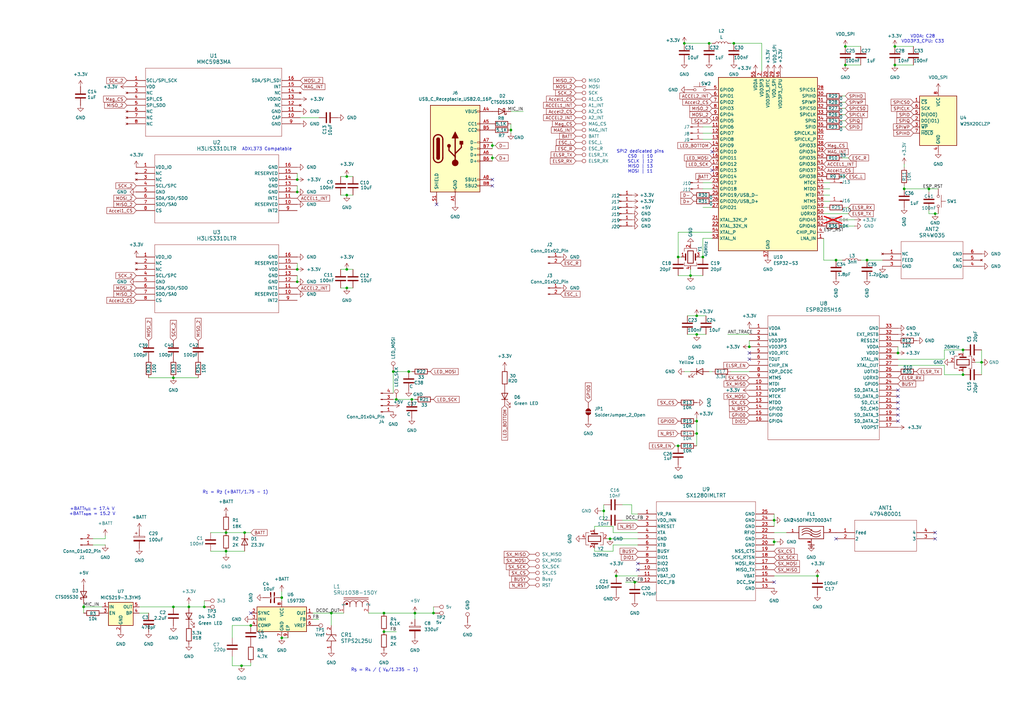
<source format=kicad_sch>
(kicad_sch (version 20231120) (generator "eeschema") (generator_version "8.0")
  (paper "A3")
  (title_block (title "Danger Doughnut") (date "2024-07-08") (rev "1.0") (company "Gavin 4D"))
  (junction (at 290.83 17.78))
  (junction (at 394.97 153.67))
  (junction (at 285.75 177.8))
  (junction (at 121.92 73.66))
  (junction (at 121.92 78.74))
  (junction (at 367.03 19.05))
  (junction (at 317.5 213.36))
  (junction (at 71.12 248.92))
  (junction (at 135.89 251.46))
  (junction (at 157.48 251.46))
  (junction (at 209.55 53.34))
  (junction (at 250.19 220.98))
  (junction (at 278.13 182.88))
  (junction (at 201.93 59.69))
  (junction (at 307.34 142.24))
  (junction (at 34.29 248.92))
  (junction (at 317.5 222.25))
  (junction (at 92.71 218.44))
  (junction (at 342.9 106.68))
  (junction (at 335.28 236.22))
  (junction (at 285.75 129.54))
  (junction (at 280.67 17.78))
  (junction (at 346.71 26.67))
  (junction (at 99.06 273.05))
  (junction (at 121.92 115.57))
  (junction (at 142.24 80.01))
  (junction (at 252.73 236.22))
  (junction (at 162.56 163.83))
  (junction (at 285.75 137.16))
  (junction (at 278.13 105.41))
  (junction (at 370.84 77.47))
  (junction (at 167.64 152.4))
  (junction (at 346.71 19.05))
  (junction (at 115.57 261.62))
  (junction (at 77.47 248.92))
  (junction (at 177.8 251.46))
  (junction (at 367.03 26.67))
  (junction (at 300.99 17.78))
  (junction (at 157.48 259.08))
  (junction (at 142.24 118.11))
  (junction (at 92.71 226.06))
  (junction (at 100.33 218.44))
  (junction (at 170.18 251.46))
  (junction (at 402.59 148.59))
  (junction (at 381 77.47))
  (junction (at 394.97 143.51))
  (junction (at 115.57 245.11))
  (junction (at 102.87 256.54))
  (junction (at 83.82 248.92))
  (junction (at 71.12 154.94))
  (junction (at 283.21 113.03))
  (junction (at 288.29 105.41))
  (junction (at 260.35 238.76))
  (junction (at 285.75 172.72))
  (junction (at 355.6 106.68))
  (junction (at 383.54 87.63))
  (junction (at 121.92 110.49))
  (junction (at 142.24 72.39))
  (junction (at 168.91 163.83))
  (junction (at 368.3 144.78))
  (junction (at 142.24 110.49))
  (junction (at 247.65 209.55))
  (junction (at 201.93 64.77))
  (junction (at 161.29 152.4))
  (no_connect (at 261.62 233.68))
  (no_connect (at 383.54 218.44))
  (no_connect (at 368.3 162.56))
  (no_connect (at 368.3 167.64))
  (no_connect (at 201.93 76.2))
  (no_connect (at 368.3 170.18))
  (no_connect (at 383.54 220.98))
  (no_connect (at 342.9 220.98))
  (no_connect (at 307.34 147.32))
  (no_connect (at 261.62 231.14))
  (no_connect (at 368.3 172.72))
  (no_connect (at 292.1 62.23))
  (no_connect (at 368.3 160.02))
  (no_connect (at 317.5 238.76))
  (no_connect (at 179.07 83.82))
  (no_connect (at 201.93 73.66))
  (no_connect (at 292.1 69.85))
  (no_connect (at 307.34 144.78))
  (no_connect (at 368.3 165.1))
  (no_connect (at 102.87 251.46))
  (wire (pts (xy 312.42 29.21) (xy 312.42 17.78)))
  (wire (pts (xy 115.57 261.62) (xy 118.11 261.62)))
  (wire (pts (xy 281.94 129.54) (xy 285.75 129.54)))
  (wire (pts (xy 346.71 26.67) (xy 353.06 26.67)))
  (wire (pts (xy 292.1 97.79) (xy 288.29 97.79)))
  (wire (pts (xy 317.5 210.82) (xy 317.5 213.36)))
  (wire (pts (xy 77.47 247.65) (xy 77.47 248.92)))
  (wire (pts (xy 368.3 149.86) (xy 387.35 149.86)))
  (wire (pts (xy 246.38 209.55) (xy 247.65 209.55)))
  (wire (pts (xy 34.29 247.65) (xy 34.29 248.92)))
  (wire (pts (xy 34.29 251.46) (xy 34.29 248.92)))
  (wire (pts (xy 170.18 163.83) (xy 168.91 163.83)))
  (wire (pts (xy 317.5 218.44) (xy 322.58 218.44)))
  (wire (pts (xy 261.62 223.52) (xy 251.46 223.52)))
  (wire (pts (xy 346.71 44.45) (xy 345.44 44.45)))
  (wire (pts (xy 162.56 259.08) (xy 157.48 259.08)))
  (wire (pts (xy 123.19 48.26) (xy 130.81 48.26)))
  (wire (pts (xy 285.75 177.8) (xy 285.75 182.88)))
  (wire (pts (xy 168.91 152.4) (xy 167.64 152.4)))
  (wire (pts (xy 60.96 154.94) (xy 71.12 154.94)))
  (wire (pts (xy 161.29 152.4) (xy 167.64 152.4)))
  (wire (pts (xy 252.73 236.22) (xy 261.62 236.22)))
  (wire (pts (xy 381 87.63) (xy 383.54 87.63)))
  (wire (pts (xy 285.75 171.45) (xy 285.75 172.72)))
  (wire (pts (xy 142.24 118.11) (xy 144.78 118.11)))
  (wire (pts (xy 317.5 213.36) (xy 317.5 215.9)))
  (wire (pts (xy 250.19 220.98) (xy 248.92 220.98)))
  (wire (pts (xy 367.03 26.67) (xy 374.65 26.67)))
  (wire (pts (xy 151.13 251.46) (xy 157.48 251.46)))
  (wire (pts (xy 34.29 248.92) (xy 41.91 248.92)))
  (wire (pts (xy 86.36 226.06) (xy 92.71 226.06)))
  (wire (pts (xy 337.82 80.01) (xy 340.36 80.01)))
  (wire (pts (xy 285.75 172.72) (xy 285.75 177.8)))
  (wire (pts (xy 387.35 147.32) (xy 387.35 143.51)))
  (wire (pts (xy 43.18 219.71) (xy 43.18 220.98)))
  (wire (pts (xy 247.65 207.01) (xy 247.65 209.55)))
  (wire (pts (xy 139.7 110.49) (xy 142.24 110.49)))
  (wire (pts (xy 142.24 110.49) (xy 144.78 110.49)))
  (wire (pts (xy 247.65 209.55) (xy 247.65 213.36)))
  (wire (pts (xy 381 77.47) (xy 381 78.74)))
  (wire (pts (xy 259.08 210.82) (xy 261.62 210.82)))
  (wire (pts (xy 337.82 77.47) (xy 340.36 77.47)))
  (wire (pts (xy 346.71 72.39) (xy 345.44 72.39)))
  (wire (pts (xy 243.84 224.79) (xy 243.84 226.06)))
  (wire (pts (xy 130.81 254) (xy 128.27 254)))
  (wire (pts (xy 285.75 129.54) (xy 289.56 129.54)))
  (wire (pts (xy 288.29 74.93) (xy 292.1 74.93)))
  (wire (pts (xy 128.27 251.46) (xy 135.89 251.46)))
  (wire (pts (xy 142.24 72.39) (xy 144.78 72.39)))
  (wire (pts (xy 307.34 139.7) (xy 307.34 142.24)))
  (wire (pts (xy 102.87 218.44) (xy 100.33 218.44)))
  (wire (pts (xy 92.71 226.06) (xy 100.33 226.06)))
  (wire (pts (xy 353.06 106.68) (xy 355.6 106.68)))
  (wire (pts (xy 350.52 92.71) (xy 345.44 92.71)))
  (wire (pts (xy 83.82 246.38) (xy 83.82 248.92)))
  (wire (pts (xy 381 87.63) (xy 381 86.36)))
  (wire (pts (xy 346.71 52.07) (xy 345.44 52.07)))
  (wire (pts (xy 288.29 57.15) (xy 292.1 57.15)))
  (wire (pts (xy 121.92 71.12) (xy 121.92 73.66)))
  (wire (pts (xy 102.87 273.05) (xy 99.06 273.05)))
  (wire (pts (xy 337.82 106.68) (xy 342.9 106.68)))
  (wire (pts (xy 287.02 105.41) (xy 288.29 105.41)))
  (wire (pts (xy 370.84 67.31) (xy 370.84 68.58)))
  (wire (pts (xy 157.48 251.46) (xy 170.18 251.46)))
  (wire (pts (xy 251.46 223.52) (xy 251.46 226.06)))
  (wire (pts (xy 255.27 207.01) (xy 259.08 207.01)))
  (wire (pts (xy 288.29 54.61) (xy 292.1 54.61)))
  (wire (pts (xy 259.08 207.01) (xy 259.08 210.82)))
  (wire (pts (xy 95.25 261.62) (xy 95.25 256.54)))
  (wire (pts (xy 368.3 147.32) (xy 387.35 147.32)))
  (wire (pts (xy 135.89 256.54) (xy 135.89 251.46)))
  (wire (pts (xy 402.59 148.59) (xy 402.59 143.51)))
  (wire (pts (xy 298.45 137.16) (xy 307.34 137.16)))
  (wire (pts (xy 95.25 256.54) (xy 102.87 256.54)))
  (wire (pts (xy 92.71 218.44) (xy 100.33 218.44)))
  (wire (pts (xy 367.03 19.05) (xy 374.65 19.05)))
  (wire (pts (xy 86.36 218.44) (xy 92.71 218.44)))
  (wire (pts (xy 278.13 105.41) (xy 279.4 105.41)))
  (wire (pts (xy 177.8 248.92) (xy 177.8 251.46)))
  (wire (pts (xy 337.82 82.55) (xy 340.36 82.55)))
  (wire (pts (xy 201.93 58.42) (xy 201.93 59.69)))
  (wire (pts (xy 251.46 218.44) (xy 251.46 215.9)))
  (wire (pts (xy 300.99 17.78) (xy 299.72 17.78)))
  (wire (pts (xy 161.29 163.83) (xy 162.56 163.83)))
  (wire (pts (xy 387.35 153.67) (xy 394.97 153.67)))
  (wire (pts (xy 250.19 220.98) (xy 261.62 220.98)))
  (wire (pts (xy 299.72 152.4) (xy 307.34 152.4)))
  (wire (pts (xy 346.71 19.05) (xy 353.06 19.05)))
  (wire (pts (xy 290.83 17.78) (xy 292.1 17.78)))
  (wire (pts (xy 281.94 137.16) (xy 285.75 137.16)))
  (wire (pts (xy 38.1 220.98) (xy 43.18 220.98)))
  (wire (pts (xy 346.71 39.37) (xy 345.44 39.37)))
  (wire (pts (xy 71.12 154.94) (xy 81.28 154.94)))
  (wire (pts (xy 317.5 236.22) (xy 335.28 236.22)))
  (wire (pts (xy 209.55 50.8) (xy 209.55 53.34)))
  (wire (pts (xy 288.29 77.47) (xy 292.1 77.47)))
  (wire (pts (xy 345.44 106.68) (xy 342.9 106.68)))
  (wire (pts (xy 95.25 273.05) (xy 99.06 273.05)))
  (wire (pts (xy 243.84 215.9) (xy 243.84 217.17)))
  (wire (pts (xy 135.89 251.46) (xy 140.97 251.46)))
  (wire (pts (xy 290.83 152.4) (xy 292.1 152.4)))
  (wire (pts (xy 317.5 220.98) (xy 317.5 222.25)))
  (wire (pts (xy 383.54 87.63) (xy 384.81 87.63)))
  (wire (pts (xy 318.77 222.25) (xy 317.5 222.25)))
  (wire (pts (xy 394.97 144.78) (xy 394.97 143.51)))
  (wire (pts (xy 260.35 238.76) (xy 261.62 238.76)))
  (wire (pts (xy 139.7 80.01) (xy 142.24 80.01)))
  (wire (pts (xy 387.35 143.51) (xy 394.97 143.51)))
  (wire (pts (xy 292.1 95.25) (xy 278.13 95.25)))
  (wire (pts (xy 255.27 213.36) (xy 261.62 213.36)))
  (wire (pts (xy 346.71 49.53) (xy 345.44 49.53)))
  (wire (pts (xy 115.57 242.57) (xy 115.57 245.11)))
  (wire (pts (xy 201.93 59.69) (xy 201.93 60.96)))
  (wire (pts (xy 347.98 64.77) (xy 345.44 64.77)))
  (wire (pts (xy 60.96 251.46) (xy 57.15 251.46)))
  (wire (pts (xy 350.52 90.17) (xy 345.44 90.17)))
  (wire (pts (xy 77.47 248.92) (xy 83.82 248.92)))
  (wire (pts (xy 121.92 107.95) (xy 121.92 110.49)))
  (wire (pts (xy 71.12 248.92) (xy 77.47 248.92)))
  (wire (pts (xy 203.2 64.77) (xy 201.93 64.77)))
  (wire (pts (xy 201.93 63.5) (xy 201.93 64.77)))
  (wire (pts (xy 162.56 163.83) (xy 168.91 163.83)))
  (wire (pts (xy 92.71 227.33) (xy 92.71 226.06)))
  (wire (pts (xy 38.1 223.52) (xy 43.18 223.52)))
  (wire (pts (xy 337.82 85.09) (xy 339.09 85.09)))
  (wire (pts (xy 402.59 148.59) (xy 400.05 148.59)))
  (wire (pts (xy 283.21 152.4) (xy 280.67 152.4)))
  (wire (pts (xy 57.15 248.92) (xy 71.12 248.92)))
  (wire (pts (xy 288.29 85.09) (xy 292.1 85.09)))
  (wire (pts (xy 370.84 77.47) (xy 381 77.47)))
  (wire (pts (xy 394.97 153.67) (xy 394.97 152.4)))
  (wire (pts (xy 317.5 222.25) (xy 317.5 223.52)))
  (wire (pts (xy 201.93 64.77) (xy 201.93 66.04)))
  (wire (pts (xy 170.18 251.46) (xy 177.8 251.46)))
  (wire (pts (xy 384.81 77.47) (xy 381 77.47)))
  (wire (pts (xy 346.71 46.99) (xy 345.44 46.99)))
  (wire (pts (xy 139.7 118.11) (xy 142.24 118.11)))
  (wire (pts (xy 203.2 59.69) (xy 201.93 59.69)))
  (wire (pts (xy 288.29 97.79) (xy 288.29 105.41)))
  (wire (pts (xy 139.7 72.39) (xy 142.24 72.39)))
  (wire (pts (xy 121.92 113.03) (xy 121.92 115.57)))
  (wire (pts (xy 142.24 80.01) (xy 144.78 80.01)))
  (wire (pts (xy 280.67 17.78) (xy 290.83 17.78)))
  (wire (pts (xy 402.59 153.67) (xy 402.59 148.59)))
  (wire (pts (xy 251.46 215.9) (xy 243.84 215.9)))
  (wire (pts (xy 161.29 161.29) (xy 161.29 152.4)))
  (wire (pts (xy 337.82 74.93) (xy 340.36 74.93)))
  (wire (pts (xy 283.21 113.03) (xy 288.29 113.03)))
  (wire (pts (xy 276.86 182.88) (xy 278.13 182.88)))
  (wire (pts (xy 256.54 238.76) (xy 260.35 238.76)))
  (wire (pts (xy 368.3 142.24) (xy 368.3 144.78)))
  (wire (pts (xy 121.92 76.2) (xy 121.92 78.74)))
  (wire (pts (xy 115.57 245.11) (xy 115.57 246.38)))
  (wire (pts (xy 288.29 52.07) (xy 292.1 52.07)))
  (wire (pts (xy 95.25 269.24) (xy 95.25 273.05)))
  (wire (pts (xy 370.84 76.2) (xy 370.84 77.47)))
  (wire (pts (xy 102.87 271.78) (xy 102.87 273.05)))
  (wire (pts (xy 278.13 95.25) (xy 278.13 105.41)))
  (wire (pts (xy 283.21 113.03) (xy 283.21 110.49)))
  (wire (pts (xy 251.46 226.06) (xy 243.84 226.06)))
  (wire (pts (xy 387.35 149.86) (xy 387.35 153.67)))
  (wire (pts (xy 346.71 85.09) (xy 347.98 85.09)))
  (wire (pts (xy 337.82 87.63) (xy 347.98 87.63)))
  (wire (pts (xy 170.18 254) (xy 170.18 251.46)))
  (wire (pts (xy 346.71 41.91) (xy 345.44 41.91)))
  (wire (pts (xy 337.82 106.68) (xy 337.82 97.79)))
  (wire (pts (xy 209.55 54.61) (xy 209.55 53.34)))
  (wire (pts (xy 261.62 218.44) (xy 251.46 218.44)))
  (wire (pts (xy 355.6 106.68) (xy 361.95 106.68)))
  (wire (pts (xy 285.75 137.16) (xy 289.56 137.16)))
  (wire (pts (xy 278.13 113.03) (xy 283.21 113.03)))
  (wire (pts (xy 312.42 17.78) (xy 300.99 17.78)))
  (wire (pts (xy 214.63 45.72) (xy 209.55 45.72)))
  (text "TODO:\nOrganize" (at 423.418 64.262 0) (effects (font (size 4 4)) (justify left)))
  (text "ADXL373 Compatable" (at 109.474 61.214 0) (effects (font (size 1.27 1.27))))
  (text "+BATT_{full} = 17.4 V\n+BATT_{nom} = 15.2 V" (at 37.846 209.804 0) (effects (font (size 1.27 1.27))))
  (text "SPI2 dedicated pins\nCS0  | 10\nSCLK | 12\nMISO | 13\nMOSI | 11" (at 262.636 66.294 0) (effects (font (size 1.27 1.27))))
  (text "R_{5} = R_{4} / ( V_{o}/1.235 - 1)" (at 157.734 274.828 0) (effects (font (size 1.27 1.27))))
  (text "VDDA: C28\nVDD3P3_CPU: C33\n" (at 378.46 16.002 0) (effects (font (size 1.27 1.27))))
  (text "R_{1} = R_{2} (+BATT/1.75 - 1)" (at 96.52 201.93 0) (effects (font (size 1.27 1.27))))
  (label "ESP_RST" (at 337.82 95.25 0))
  (label "MIC_IN" (at 34.29 248.92 0))
  (label "ESP_RST" (at 378.46 77.47 0))
  (label "MIC_IN" (at 214.63 45.72 180))
  (label "DCC_FB" (at 256.54 213.36 0))
  (label "FB" (at 130.81 254 180))
  (label "DCDC_OUT" (at 129.54 251.46 0))
  (label "ANT_TRACE" (at 298.45 137.16 0))
  (label "FB" (at 162.56 259.08 180))
  (label "DCC_FB" (at 256.54 238.76 0))
  (global_label "D-" (shape input) (at 284.48 80.01 180) (property "Intersheetrefs" "${INTERSHEET_REFS}" (effects (hide yes))))
  (global_label "MISO_2" (shape input) (at 55.88 120.65 180) (property "Intersheetrefs" "${INTERSHEET_REFS}" (effects (hide yes))))
  (global_label "LED_BOTTOM" (shape input) (at 292.1 59.69 180) (property "Intersheetrefs" "${INTERSHEET_REFS}" (effects (hide yes))))
  (global_label "ESC_L" (shape input) (at 229.87 120.65 0) (property "Intersheetrefs" "${INTERSHEET_REFS}" (effects (hide yes))))
  (global_label "SX_SCK" (shape input) (at 317.5 228.6 0) (property "Intersheetrefs" "${INTERSHEET_REFS}" (effects (hide yes))))
  (global_label "SX_SCK" (shape input) (at 307.34 154.94 180) (property "Intersheetrefs" "${INTERSHEET_REFS}" (effects (hide yes))))
  (global_label "ACCEL1_INT" (shape input) (at 337.82 67.31 0) (property "Intersheetrefs" "${INTERSHEET_REFS}" (effects (hide yes))))
  (global_label "SCK_2" (shape input) (at 55.88 76.2 180) (property "Intersheetrefs" "${INTERSHEET_REFS}" (effects (hide yes))))
  (global_label "ELSR_TX" (shape input) (at 375.92 152.4 0) (property "Intersheetrefs" "${INTERSHEET_REFS}" (effects (hide yes))))
  (global_label "BUSY" (shape input) (at 217.17 237.49 180) (property "Intersheetrefs" "${INTERSHEET_REFS}" (effects (hide yes))))
  (global_label "ESC_R" (shape input) (at 236.22 60.96 180) (property "Intersheetrefs" "${INTERSHEET_REFS}" (effects (hide yes))))
  (global_label "SX_CS" (shape input) (at 278.13 165.1 180) (property "Intersheetrefs" "${INTERSHEET_REFS}" (effects (hide yes))))
  (global_label "BATT" (shape input) (at 102.87 218.44 0) (property "Intersheetrefs" "${INTERSHEET_REFS}" (effects (hide yes))))
  (global_label "SX_CS" (shape input) (at 317.5 226.06 0) (property "Intersheetrefs" "${INTERSHEET_REFS}" (effects (hide yes))))
  (global_label "SX_MOSI" (shape input) (at 307.34 162.56 180) (property "Intersheetrefs" "${INTERSHEET_REFS}" (effects (hide yes))))
  (global_label "N_RST" (shape input) (at 278.13 177.8 180) (property "Intersheetrefs" "${INTERSHEET_REFS}" (effects (hide yes))))
  (global_label "D+" (shape input) (at 284.48 82.55 180) (property "Intersheetrefs" "${INTERSHEET_REFS}" (effects (hide yes))))
  (global_label "N_RST" (shape input) (at 217.17 240.03 180) (property "Intersheetrefs" "${INTERSHEET_REFS}" (effects (hide yes))))
  (global_label "Accel1_CS" (shape input) (at 236.22 40.64 180) (property "Intersheetrefs" "${INTERSHEET_REFS}" (effects (hide yes))))
  (global_label "ELSR_RX" (shape input) (at 236.22 66.04 180) (property "Intersheetrefs" "${INTERSHEET_REFS}" (effects (hide yes))))
  (global_label "MAG_INT" (shape input) (at 337.82 62.23 0) (property "Intersheetrefs" "${INTERSHEET_REFS}" (effects (hide yes))))
  (global_label "SX_SCK" (shape input) (at 217.17 232.41 180) (property "Intersheetrefs" "${INTERSHEET_REFS}" (effects (hide yes))))
  (global_label "ESC_L" (shape input) (at 346.71 72.39 0) (property "Intersheetrefs" "${INTERSHEET_REFS}" (effects (hide yes))))
  (global_label "ACCEL1_INT" (shape input) (at 236.22 43.18 180) (property "Intersheetrefs" "${INTERSHEET_REFS}" (effects (hide yes))))
  (global_label "ACCEL2_INT" (shape input) (at 236.22 48.26 180) (property "Intersheetrefs" "${INTERSHEET_REFS}" (effects (hide yes))))
  (global_label "SX_MISO" (shape input) (at 307.34 157.48 180) (property "Intersheetrefs" "${INTERSHEET_REFS}" (effects (hide yes))))
  (global_label "SCK_2" (shape input) (at 55.88 113.03 180) (property "Intersheetrefs" "${INTERSHEET_REFS}" (effects (hide yes))))
  (global_label "DIO1" (shape input) (at 261.62 228.6 180) (property "Intersheetrefs" "${INTERSHEET_REFS}" (effects (hide yes))))
  (global_label "MOSI_2" (shape input) (at 60.96 139.7 90) (property "Intersheetrefs" "${INTERSHEET_REFS}" (effects (hide yes))))
  (global_label "Accel1_CS" (shape input) (at 337.82 69.85 0) (property "Intersheetrefs" "${INTERSHEET_REFS}" (effects (hide yes))))
  (global_label "ESC_R" (shape input) (at 229.87 107.95 0) (property "Intersheetrefs" "${INTERSHEET_REFS}" (effects (hide yes))))
  (global_label "ELSR_RX" (shape input) (at 347.98 85.09 0) (property "Intersheetrefs" "${INTERSHEET_REFS}" (effects (hide yes))))
  (global_label "ELSR_TX" (shape input) (at 236.22 63.5 180) (property "Intersheetrefs" "${INTERSHEET_REFS}" (effects (hide yes))))
  (global_label "Accel2_CS" (shape input) (at 292.1 41.91 180) (property "Intersheetrefs" "${INTERSHEET_REFS}" (effects (hide yes))))
  (global_label "ELSR_RX" (shape input) (at 368.3 154.94 0) (property "Intersheetrefs" "${INTERSHEET_REFS}" (effects (hide yes))))
  (global_label "MOSI_2" (shape input) (at 123.19 33.02 0) (property "Intersheetrefs" "${INTERSHEET_REFS}" (effects (hide yes))))
  (global_label "BUSY" (shape input) (at 368.3 157.48 0) (property "Intersheetrefs" "${INTERSHEET_REFS}" (effects (hide yes))))
  (global_label "MISO_2" (shape input) (at 52.07 43.18 180) (property "Intersheetrefs" "${INTERSHEET_REFS}" (effects (hide yes))))
  (global_label "ELSR_EN" (shape input) (at 276.86 182.88 180) (property "Intersheetrefs" "${INTERSHEET_REFS}" (effects (hide yes))))
  (global_label "SPIHD" (shape input) (at 346.71 39.37 0) (property "Intersheetrefs" "${INTERSHEET_REFS}" (effects (hide yes))))
  (global_label "BATT" (shape input) (at 292.1 72.39 180) (property "Intersheetrefs" "${INTERSHEET_REFS}" (effects (hide yes))))
  (global_label "MAG_INT" (shape input) (at 236.22 53.34 180) (property "Intersheetrefs" "${INTERSHEET_REFS}" (effects (hide yes))))
  (global_label "Mag_CS" (shape input) (at 337.82 59.69 0) (property "Intersheetrefs" "${INTERSHEET_REFS}" (effects (hide yes))))
  (global_label "GPIO0" (shape input) (at 307.34 170.18 180) (property "Intersheetrefs" "${INTERSHEET_REFS}" (effects (hide yes))))
  (global_label "GPIO0" (shape input) (at 241.3 165.1 90) (property "Intersheetrefs" "${INTERSHEET_REFS}" (effects (hide yes))))
  (global_label "MOSI_2" (shape input) (at 292.1 46.99 180) (property "Intersheetrefs" "${INTERSHEET_REFS}" (effects (hide yes))))
  (global_label "SPID" (shape input) (at 346.71 52.07 0) (property "Intersheetrefs" "${INTERSHEET_REFS}" (effects (hide yes))))
  (global_label "MISO_2" (shape input) (at 55.88 83.82 180) (property "Intersheetrefs" "${INTERSHEET_REFS}" (effects (hide yes))))
  (global_label "SPICS0" (shape input) (at 346.71 44.45 0) (property "Intersheetrefs" "${INTERSHEET_REFS}" (effects (hide yes))))
  (global_label "N_RST" (shape input) (at 261.62 215.9 180) (property "Intersheetrefs" "${INTERSHEET_REFS}" (effects (hide yes))))
  (global_label "BATT" (shape input) (at 236.22 55.88 180) (property "Intersheetrefs" "${INTERSHEET_REFS}" (effects (hide yes))))
  (global_label "SX_MISO" (shape input) (at 317.5 233.68 0) (property "Intersheetrefs" "${INTERSHEET_REFS}" (effects (hide yes))))
  (global_label "Mag_CS" (shape input) (at 52.07 40.64 180) (property "Intersheetrefs" "${INTERSHEET_REFS}" (effects (hide yes))))
  (global_label "SX_CS" (shape input) (at 217.17 234.95 180) (property "Intersheetrefs" "${INTERSHEET_REFS}" (effects (hide yes))))
  (global_label "SPICS0" (shape input) (at 374.65 41.91 180) (property "Intersheetrefs" "${INTERSHEET_REFS}" (effects (hide yes))))
  (global_label "MISO_2" (shape input) (at 236.22 33.02 180) (property "Intersheetrefs" "${INTERSHEET_REFS}" (effects (hide yes))))
  (global_label "SX_MISO" (shape input) (at 217.17 227.33 180) (property "Intersheetrefs" "${INTERSHEET_REFS}" (effects (hide yes))))
  (global_label "GPIO0" (shape input) (at 278.13 172.72 180) (property "Intersheetrefs" "${INTERSHEET_REFS}" (effects (hide yes))))
  (global_label "SPIQ" (shape input) (at 346.71 49.53 0) (property "Intersheetrefs" "${INTERSHEET_REFS}" (effects (hide yes))))
  (global_label "MISO_2" (shape input) (at 81.28 139.7 90) (property "Intersheetrefs" "${INTERSHEET_REFS}" (effects (hide yes))))
  (global_label "SCK_2" (shape input) (at 71.12 139.7 90) (property "Intersheetrefs" "${INTERSHEET_REFS}" (effects (hide yes))))
  (global_label "D-" (shape input) (at 203.2 59.69 0) (property "Intersheetrefs" "${INTERSHEET_REFS}" (effects (hide yes))))
  (global_label "SPID" (shape input) (at 374.65 46.99 180) (property "Intersheetrefs" "${INTERSHEET_REFS}" (effects (hide yes))))
  (global_label "ELSR_TX" (shape input) (at 347.98 87.63 0) (property "Intersheetrefs" "${INTERSHEET_REFS}" (effects (hide yes))))
  (global_label "SPIWP" (shape input) (at 374.65 52.07 180) (property "Intersheetrefs" "${INTERSHEET_REFS}" (effects (hide yes))))
  (global_label "Accel1_CS" (shape input) (at 55.88 86.36 180) (property "Intersheetrefs" "${INTERSHEET_REFS}" (effects (hide yes))))
  (global_label "SX_MOSI" (shape input) (at 217.17 229.87 180) (property "Intersheetrefs" "${INTERSHEET_REFS}" (effects (hide yes))))
  (global_label "ACCEL2_INT" (shape input) (at 292.1 39.37 180) (property "Intersheetrefs" "${INTERSHEET_REFS}" (effects (hide yes))))
  (global_label "MOSI_2" (shape input) (at 55.88 81.28 180) (property "Intersheetrefs" "${INTERSHEET_REFS}" (effects (hide yes))))
  (global_label "ACCEL1_INT" (shape input) (at 121.92 81.28 0) (property "Intersheetrefs" "${INTERSHEET_REFS}" (effects (hide yes))))
  (global_label "Accel2_CS" (shape input) (at 55.88 123.19 180) (property "Intersheetrefs" "${INTERSHEET_REFS}" (effects (hide yes))))
  (global_label "SPIHD" (shape input) (at 374.65 54.61 180) (property "Intersheetrefs" "${INTERSHEET_REFS}" (effects (hide yes))))
  (global_label "MOSI_2" (shape input) (at 55.88 118.11 180) (property "Intersheetrefs" "${INTERSHEET_REFS}" (effects (hide yes))))
  (global_label "LED_MOSI" (shape input) (at 292.1 64.77 180) (property "Intersheetrefs" "${INTERSHEET_REFS}" (effects (hide yes))))
  (global_label "N_RST" (shape input) (at 307.34 167.64 180) (property "Intersheetrefs" "${INTERSHEET_REFS}" (effects (hide yes))))
  (global_label "SX_MOSI" (shape input) (at 317.5 231.14 0) (property "Intersheetrefs" "${INTERSHEET_REFS}" (effects (hide yes))))
  (global_label "MOSI_2" (shape input) (at 236.22 35.56 180) (property "Intersheetrefs" "${INTERSHEET_REFS}" (effects (hide yes))))
  (global_label "SX_CS" (shape input) (at 307.34 165.1 180) (property "Intersheetrefs" "${INTERSHEET_REFS}" (effects (hide yes))))
  (global_label "MAG_INT" (shape input) (at 123.19 35.56 0) (property "Intersheetrefs" "${INTERSHEET_REFS}" (effects (hide yes))))
  (global_label "LED_SCK" (shape input) (at 177.8 163.83 0) (property "Intersheetrefs" "${INTERSHEET_REFS}" (effects (hide yes))))
  (global_label "ESC_R" (shape input) (at 347.98 64.77 0) (property "Intersheetrefs" "${INTERSHEET_REFS}" (effects (hide yes))))
  (global_label "DIO1" (shape input) (at 307.34 172.72 180) (property "Intersheetrefs" "${INTERSHEET_REFS}" (effects (hide yes))))
  (global_label "SPIQ" (shape input) (at 374.65 49.53 180) (property "Intersheetrefs" "${INTERSHEET_REFS}" (effects (hide yes))))
  (global_label "ACCEL2_INT" (shape input) (at 121.92 118.11 0) (property "Intersheetrefs" "${INTERSHEET_REFS}" (effects (hide yes))))
  (global_label "LED_SCK" (shape input) (at 292.1 67.31 180) (property "Intersheetrefs" "${INTERSHEET_REFS}" (effects (hide yes))))
  (global_label "SCK_2" (shape input) (at 52.07 33.02 180) (property "Intersheetrefs" "${INTERSHEET_REFS}" (effects (hide yes))))
  (global_label "D+" (shape input) (at 203.2 64.77 0) (property "Intersheetrefs" "${INTERSHEET_REFS}" (effects (hide yes))))
  (global_label "ESC_L" (shape input) (at 236.22 58.42 180) (property "Intersheetrefs" "${INTERSHEET_REFS}" (effects (hide yes))))
  (global_label "BUSY" (shape input) (at 261.62 226.06 180) (property "Intersheetrefs" "${INTERSHEET_REFS}" (effects (hide yes))))
  (global_label "LED_MOSI" (shape input) (at 176.53 152.4 0) (property "Intersheetrefs" "${INTERSHEET_REFS}" (effects (hide yes))))
  (global_label "MISO_2" (shape input) (at 292.1 44.45 180) (property "Intersheetrefs" "${INTERSHEET_REFS}" (effects (hide yes))))
  (global_label "SPICLK" (shape input) (at 346.71 46.99 0) (property "Intersheetrefs" "${INTERSHEET_REFS}" (effects (hide yes))))
  (global_label "LED_BOTTOM" (shape input) (at 207.01 166.37 270) (property "Intersheetrefs" "${INTERSHEET_REFS}" (effects (hide yes))))
  (global_label "ELSR_EN" (shape input) (at 307.34 149.86 180) (property "Intersheetrefs" "${INTERSHEET_REFS}" (effects (hide yes))))
  (global_label "SCK_2" (shape input) (at 292.1 49.53 180) (property "Intersheetrefs" "${INTERSHEET_REFS}" (effects (hide yes))))
  (global_label "Mag_CS" (shape input) (at 236.22 50.8 180) (property "Intersheetrefs" "${INTERSHEET_REFS}" (effects (hide yes))))
  (global_label "SCK_2" (shape input) (at 236.22 38.1 180) (property "Intersheetrefs" "${INTERSHEET_REFS}" (effects (hide yes))))
  (global_label "SPIWP" (shape input) (at 346.71 41.91 0) (property "Intersheetrefs" "${INTERSHEET_REFS}" (effects (hide yes))))
  (global_label "Accel2_CS" (shape input) (at 236.22 45.72 180) (property "Intersheetrefs" "${INTERSHEET_REFS}" (effects (hide yes))))
  (global_label "SPICLK" (shape input) (at 374.65 44.45 180) (property "Intersheetrefs" "${INTERSHEET_REFS}" (effects (hide yes))))
  (symbol (lib_id "power:GND") (at 314.96 105.41 0) (unit 1)
    (property "Reference" "#PWR026" (effects (hide yes)))
    (property "Value" "GND" (at 314.96 110.49 0))
    (property "Description" "Power symbol creates a global label with name \"GND\" , ground" (effects (hide yes)))
  )
  (symbol (lib_id "Device:C") (at 86.36 222.25 0) (unit 1)
    (property "Reference" "C1" (at 83.312 220.726 0) (effects (justify right)))
    (property "Value" "100nF" (at 83.82 223.012 0) (effects (justify right)))
    (property "Footprint" "Capacitor_SMD:C_0402_1005Metric" (effects (hide yes)))
    (property "Description" "Unpolarized capacitor" (effects (hide yes)))
  )
  (symbol (lib_id "Device:R") (at 341.63 72.39 90) (unit 1)
    (property "Reference" "R9" (at 341.63 72.39 90))
    (property "Value" "33" (at 345.44 72.39 90))
    (property "Footprint" "Resistor_SMD:R_0402_1005Metric" (effects (hide yes)))
    (property "Description" "Resistor" (effects (hide yes)))
  )
  (symbol (lib_id "Device:R") (at 102.87 267.97 0) (unit 1)
    (property "Reference" "R6" (at 105.41 266.6999 0) (effects (justify left)))
    (property "Value" "4.7K" (at 105.41 269.2399 0) (effects (justify left)))
    (property "Footprint" "Resistor_SMD:R_0402_1005Metric" (effects (hide yes)))
    (property "Description" "Resistor" (effects (hide yes)))
  )
  (symbol (lib_id "Connector:TestPoint") (at 236.22 33.02 270) (unit 1)
    (property "Reference" "TP5" (effects (hide yes)))
    (property "Value" "MISO" (at 241.3 33.02 90) (effects (justify left)))
    (property "Footprint" "Danger_Doughnut_Lib:Test_Via" (effects (hide yes)))
    (property "Description" "test point" (effects (hide yes)))
  )
  (symbol (lib_id "Device:R") (at 372.11 152.4 90) (unit 1)
    (property "Reference" "R35" (at 372.11 152.4 90))
    (property "Value" "510" (at 372.364 150.622 90))
    (property "Footprint" "Resistor_SMD:R_0402_1005Metric" (effects (hide yes)))
    (property "Description" "Resistor" (effects (hide yes)))
  )
  (symbol (lib_id "Device:D_Schottky") (at 34.29 243.84 90) (unit 1)
    (property "Reference" "D3" (at 32.258 242.316 90) (effects (justify left)))
    (property "Value" "CTS05S30" (at 32.258 244.856 90) (effects (justify left)))
    (property "Footprint" "Diode_SMD:D_0805_2012Metric" (effects (hide yes)))
    (property "Datasheet" "https://toshiba.semicon-storage.com/info/CTS05S30_datasheet_en_20140404.pdf?did=13982&prodName=CTS05S30" (effects (hide yes)))
    (property "Description" "Schottky diode" (effects (hide yes)))
  )
  (symbol (lib_id "Device:C") (at 139.7 114.3 0) (unit 1)
    (property "Reference" "C11" (at 136.652 112.776 0) (effects (justify right)))
    (property "Value" "100nF" (at 137.16 115.062 0) (effects (justify right)))
    (property "Footprint" "Capacitor_SMD:C_0402_1005Metric" (effects (hide yes)))
    (property "Description" "Unpolarized capacitor" (effects (hide yes)))
  )
  (symbol (lib_id "Device:C") (at 252.73 240.03 0) (unit 1)
    (property "Reference" "C21" (at 249.682 238.506 0) (effects (justify right)))
    (property "Value" "100nF" (at 250.19 240.792 0) (effects (justify right)))
    (property "Footprint" "Capacitor_SMD:C_0402_1005Metric" (effects (hide yes)))
    (property "Description" "Unpolarized capacitor" (effects (hide yes)))
  )
  (symbol (lib_id "Device:R") (at 341.63 92.71 90) (unit 1)
    (property "Reference" "R36" (at 341.63 92.71 90))
    (property "Value" "10K" (at 346.202 92.71 90))
    (property "Footprint" "Resistor_SMD:R_0402_1005Metric" (effects (hide yes)))
    (property "Description" "Resistor" (effects (hide yes)))
  )
  (symbol (lib_id "power:+3.3V") (at 368.3 137.16 270) (unit 1)
    (property "Reference" "#PWR069" (effects (hide yes)))
    (property "Value" "+3.3V" (at 371.348 137.16 90) (effects (justify left)))
    (property "Description" "Power symbol creates a global label with name \"+3.3V\"" (effects (hide yes)))
  )
  (symbol (lib_id "power:GND") (at 191.77 255.27 0) (unit 1)
    (property "Reference" "#PWR0109" (effects (hide yes)))
    (property "Value" "GND" (at 191.77 260.35 0))
    (property "Description" "Power symbol creates a global label with name \"GND\" , ground" (effects (hide yes)))
  )
  (symbol (lib_id "power:GND") (at 317.5 241.3 0) (unit 1)
    (property "Reference" "#PWR029" (effects (hide yes)))
    (property "Value" "GND" (at 317.5 246.38 0))
    (property "Description" "Power symbol creates a global label with name \"GND\" , ground" (effects (hide yes)))
  )
  (symbol (lib_id "power:GND") (at 123.19 50.8 90) (unit 1)
    (property "Reference" "#PWR027" (effects (hide yes)))
    (property "Value" "GND" (at 127 50.7999 90) (effects (justify right)))
    (property "Description" "Power symbol creates a global label with name \"GND\" , ground" (effects (hide yes)))
  )
  (symbol (lib_id "Regulator_Switching:L5973D") (at 115.57 254 0) (unit 1)
    (property "Reference" "U6" (at 117.7641 243.84 0) (effects (justify left)))
    (property "Value" "L5973D" (at 117.7641 246.38 0) (effects (justify left)))
    (property "Footprint" "Package_SO:HSOP-8-1EP_3.9x4.9mm_P1.27mm_EP2.41x3.1mm_ThermalVias" (effects (hide yes)))
    (property "Datasheet" "http://www.st.com/resource/en/datasheet/l5973d.pdf" (effects (hide yes)))
    (property "Description" "2.5A step down switching regulator, HSOP-8" (effects (hide yes)))
  )
  (symbol (lib_id "power:GND") (at 285.75 165.1 90) (unit 1)
    (property "Reference" "#PWR071" (effects (hide yes)))
    (property "Value" "GND" (at 290.83 165.1 0))
    (property "Description" "Power symbol creates a global label with name \"GND\" , ground" (effects (hide yes)))
  )
  (symbol (lib_id "Connector:TestPoint") (at 162.56 163.83 0) (unit 1)
    (property "Reference" "TP19" (effects (hide yes)))
    (property "Value" "LED_SCK" (at 162.56 158.75 90) (effects (justify left)))
    (property "Footprint" "Danger_Doughnut_Lib:Test_Via" (effects (hide yes)))
    (property "Description" "test point" (effects (hide yes)))
  )
  (symbol (lib_id "power:+3.3V") (at 77.47 247.65 0) (unit 1)
    (property "Reference" "#PWR07" (effects (hide yes)))
    (property "Value" "+3.3V" (at 77.47 242.57 0))
    (property "Description" "Power symbol creates a global label with name \"+3.3V\"" (effects (hide yes)))
  )
  (symbol (lib_id "power:GND") (at 346.71 26.67 0) (unit 1)
    (property "Reference" "#PWR089" (effects (hide yes)))
    (property "Value" "GND" (at 346.71 31.75 0))
    (property "Description" "Power symbol creates a global label with name \"GND\" , ground" (effects (hide yes)))
  )
  (symbol (lib_id "Connector:TestPoint") (at 236.22 55.88 270) (unit 1)
    (property "Reference" "TP16" (effects (hide yes)))
    (property "Value" "BATT" (at 241.3 55.88 90) (effects (justify left)))
    (property "Footprint" "Danger_Doughnut_Lib:Test_Via" (effects (hide yes)))
    (property "Description" "test point" (effects (hide yes)))
  )
  (symbol (lib_id "Device:C") (at 280.67 21.59 0) (unit 1)
    (property "Reference" "C31" (at 284.734 19.558 0) (effects (justify right)))
    (property "Value" "10uF" (at 286.766 23.622 0) (effects (justify right)))
    (property "Footprint" "Capacitor_SMD:C_0805_2012Metric_Pad1.18x1.45mm_HandSolder" (effects (hide yes)))
    (property "Description" "Unpolarized capacitor" (effects (hide yes)))
  )
  (symbol (lib_id "Device:C") (at 281.94 133.35 0) (unit 1)
    (property "Reference" "C23" (at 286.004 131.318 0) (effects (justify right)))
    (property "Value" "100nF" (at 288.036 135.382 0) (effects (justify right)))
    (property "Footprint" "Capacitor_SMD:C_0402_1005Metric" (effects (hide yes)))
    (property "Description" "Unpolarized capacitor" (effects (hide yes)))
  )
  (symbol (lib_id "Device:LED") (at 207.01 162.56 90) (unit 1)
    (property "Reference" "D6" (at 210.82 162.8774 90) (effects (justify right)))
    (property "Value" "Green LED" (at 210.82 165.4174 90) (effects (justify right)))
    (property "Footprint" "LED_SMD:LED_0805_2012Metric" (effects (hide yes)))
    (property "Description" "Light emitting diode" (effects (hide yes)))
  )
  (symbol (lib_id "power:GND") (at 55.88 115.57 270) (unit 1)
    (property "Reference" "#PWR022" (effects (hide yes)))
    (property "Value" "GND" (at 52.07 115.5699 90) (effects (justify right)))
    (property "Description" "Power symbol creates a global label with name \"GND\" , ground" (effects (hide yes)))
  )
  (symbol (lib_id "power:+3.3V") (at 368.3 175.26 270) (unit 1)
    (property "Reference" "#PWR074" (effects (hide yes)))
    (property "Value" "+3.3V" (at 372.11 175.2599 90) (effects (justify left)))
    (property "Description" "Power symbol creates a global label with name \"+3.3V\"" (effects (hide yes)))
  )
  (symbol (lib_id "Connector:Conn_01x01_Pin") (at 283.21 54.61 0) (unit 1)
    (property "Reference" "J8" (at 281.686 54.864 0))
    (property "Value" "Conn_01x01_Pin" (effects (hide yes)))
    (property "Footprint" "Connector_Wire:SolderWirePad_1x01_SMD_1x2mm" (effects (hide yes)))
    (property "Description" "Generic connector, single row, 01x01, script generated" (effects (hide yes)))
  )
  (symbol (lib_id "Device:R") (at 77.47 260.35 180) (unit 1)
    (property "Reference" "R18" (at 80.772 261.62 0))
    (property "Value" "3.3k" (at 80.772 259.588 0))
    (property "Footprint" "Resistor_SMD:R_0402_1005Metric" (effects (hide yes)))
    (property "Description" "Resistor" (effects (hide yes)))
  )
  (symbol (lib_id "Device:R") (at 172.72 152.4 90) (unit 1)
    (property "Reference" "R22" (at 172.72 152.4 90))
    (property "Value" "33" (at 172.72 154.686 90))
    (property "Footprint" "Resistor_SMD:R_0402_1005Metric" (effects (hide yes)))
    (property "Description" "Resistor" (effects (hide yes)))
  )
  (symbol (lib_id "power:GND") (at 121.92 115.57 90) (unit 1)
    (property "Reference" "#PWR024" (effects (hide yes)))
    (property "Value" "GND" (at 125.73 115.5699 90) (effects (justify right)))
    (property "Description" "Power symbol creates a global label with name \"GND\" , ground" (effects (hide yes)))
  )
  (symbol (lib_id "Connector:Conn_01x02_Pin") (at 224.79 105.41 0) (unit 1)
    (property "Reference" "J2" (at 225.425 100.33 0))
    (property "Value" "Conn_01x02_Pin" (at 225.425 102.87 0))
    (property "Footprint" "Danger_Doughnut_Lib:JST_S02B-PASK-2_LF__SN__1" (effects (hide yes)))
    (property "Description" "Generic connector, single row, 01x02, script generated" (effects (hide yes)))
  )
  (symbol (lib_id "power:GND") (at 115.57 261.62 0) (unit 1)
    (property "Reference" "#PWR013" (effects (hide yes)))
    (property "Value" "GND" (at 115.57 266.7 0))
    (property "Description" "Power symbol creates a global label with name \"GND\" , ground" (effects (hide yes)))
  )
  (symbol (lib_id "power:GND") (at 281.94 36.83 270) (unit 1)
    (property "Reference" "#PWR0112" (effects (hide yes)))
    (property "Value" "GND" (at 278.13 36.8299 90) (effects (justify right)))
    (property "Description" "Power symbol creates a global label with name \"GND\" , ground" (effects (hide yes)))
  )
  (symbol (lib_id "power:GND") (at 157.48 266.7 0) (unit 1)
    (property "Reference" "#PWR012" (effects (hide yes)))
    (property "Value" "GND" (at 157.48 271.78 0))
    (property "Description" "Power symbol creates a global label with name \"GND\" , ground" (effects (hide yes)))
  )
  (symbol (lib_id "Device:C") (at 60.96 143.51 0) (unit 1)
    (property "Reference" "C39" (at 60.706 141.732 0) (effects (justify right)))
    (property "Value" "100pF" (at 60.706 145.542 0) (effects (justify right)))
    (property "Footprint" "Capacitor_SMD:C_0402_1005Metric" (effects (hide yes)))
    (property "Description" "Unpolarized capacitor" (effects (hide yes)))
  )
  (symbol (lib_id "Device:C") (at 374.65 22.86 0) (unit 1)
    (property "Reference" "C33" (at 378.714 20.828 0) (effects (justify right)))
    (property "Value" "100nF" (at 380.746 24.892 0) (effects (justify right)))
    (property "Footprint" "Capacitor_SMD:C_0402_1005Metric" (effects (hide yes)))
    (property "Description" "Unpolarized capacitor" (effects (hide yes)))
  )
  (symbol (lib_id "power:GND") (at 209.55 54.61 0) (unit 1)
    (property "Reference" "#PWR015" (effects (hide yes)))
    (property "Value" "GND" (at 212.852 56.388 0))
    (property "Description" "Power symbol creates a global label with name \"GND\" , ground" (effects (hide yes)))
  )
  (symbol (lib_id "Device:R") (at 281.94 172.72 270) (unit 1)
    (property "Reference" "R15" (at 281.94 172.72 90))
    (property "Value" "10K" (at 281.94 174.752 90))
    (property "Footprint" "Resistor_SMD:R_0402_1005Metric" (effects (hide yes)))
    (property "Description" "Resistor" (effects (hide yes)))
  )
  (symbol (lib_id "Device:C") (at 60.96 255.27 0) (unit 1)
    (property "Reference" "C3" (at 60.96 253.238 0) (effects (justify right)))
    (property "Value" "470pF" (at 64.008 257.302 0) (effects (justify right)))
    (property "Footprint" "Capacitor_SMD:C_0402_1005Metric" (effects (hide yes)))
    (property "Description" "Unpolarized capacitor" (effects (hide yes)))
  )
  (symbol (lib_id "Device:Crystal_GND24") (at 283.21 105.41 0) (unit 1)
    (property "Reference" "Y1" (at 287.02 102.108 90))
    (property "Value" "40MHz" (at 289.56 102.108 90))
    (property "Footprint" "Crystal:Crystal_SMD_2016-4Pin_2.0x1.6mm" (effects (hide yes)))
    (property "Description" "Four pin crystal, GND on pins 2 and 4" (effects (hide yes)))
  )
  (symbol (lib_id "power:GND") (at 121.92 105.41 90) (unit 1)
    (property "Reference" "#PWR025" (effects (hide yes)))
    (property "Value" "GND" (at 125.73 105.4099 90) (effects (justify right)))
    (property "Description" "Power symbol creates a global label with name \"GND\" , ground" (effects (hide yes)))
  )
  (symbol (lib_id "power:+3.3V") (at 368.3 144.78 270) (unit 1)
    (property "Reference" "#PWR073" (effects (hide yes)))
    (property "Value" "+3.3V" (at 371.348 144.78 90) (effects (justify left)))
    (property "Description" "Power symbol creates a global label with name \"+3.3V\"" (effects (hide yes)))
  )
  (symbol (lib_id "Connector:TestPoint") (at 236.22 35.56 270) (unit 1)
    (property "Reference" "TP6" (effects (hide yes)))
    (property "Value" "MOSI" (at 241.3 35.56 90) (effects (justify left)))
    (property "Footprint" "Danger_Doughnut_Lib:Test_Via" (effects (hide yes)))
    (property "Description" "test point" (effects (hide yes)))
  )
  (symbol (lib_id "power:GND") (at 361.95 109.22 0) (unit 1)
    (property "Reference" "#PWR035" (effects (hide yes)))
    (property "Value" "GND" (at 364.49 113.284 0) (effects (justify right)))
    (property "Description" "Power symbol creates a global label with name \"GND\" , ground" (effects (hide yes)))
  )
  (symbol (lib_id "Connector:TestPoint") (at 236.22 60.96 270) (unit 1)
    (property "Reference" "TP21" (effects (hide yes)))
    (property "Value" "ESC_R" (at 241.3 60.96 90) (effects (justify left)))
    (property "Footprint" "Danger_Doughnut_Lib:Test_Via" (effects (hide yes)))
    (property "Description" "test point" (effects (hide yes)))
  )
  (symbol (lib_id "power:GND") (at 43.18 223.52 0) (unit 1)
    (property "Reference" "#PWR02" (effects (hide yes)))
    (property "Value" "GND" (at 43.18 228.6 0))
    (property "Description" "Power symbol creates a global label with name \"GND\" , ground" (effects (hide yes)))
  )
  (symbol (lib_id "Connector:TestPoint") (at 236.22 53.34 270) (unit 1)
    (property "Reference" "TP15" (effects (hide yes)))
    (property "Value" "MAG_INT" (at 241.3 53.34 90) (effects (justify left)))
    (property "Footprint" "Danger_Doughnut_Lib:Test_Via" (effects (hide yes)))
    (property "Description" "test point" (effects (hide yes)))
  )
  (symbol (lib_id "Device:L") (at 349.25 106.68 90) (unit 1)
    (property "Reference" "L3" (at 349.504 104.902 90))
    (property "Value" "3nH" (at 349.504 107.442 90))
    (property "Footprint" "Inductor_SMD:L_0402_1005Metric_Pad0.77x0.64mm_HandSolder" (effects (hide yes)))
    (property "Description" "Inductor" (effects (hide yes)))
  )
  (symbol (lib_id "Device:C") (at 251.46 213.36 270) (unit 1)
    (property "Reference" "C22" (at 249.428 212.598 90) (effects (justify right)))
    (property "Value" "10nF" (at 249.936 214.884 90) (effects (justify right)))
    (property "Footprint" "Capacitor_SMD:C_0402_1005Metric" (effects (hide yes)))
    (property "Description" "Unpolarized capacitor" (effects (hide yes)))
  )
  (symbol (lib_id "power:GND") (at 138.43 48.26 90) (unit 1)
    (property "Reference" "#PWR084" (effects (hide yes)))
    (property "Value" "GND" (at 142.24 48.2599 90) (effects (justify right)))
    (property "Description" "Power symbol creates a global label with name \"GND\" , ground" (effects (hide yes)))
  )
  (symbol (lib_id "power:GND") (at 402.59 109.22 90) (unit 1)
    (property "Reference" "#PWR033" (effects (hide yes)))
    (property "Value" "GND" (at 406.4 109.2199 90) (effects (justify right)))
    (property "Description" "Power symbol creates a global label with name \"GND\" , ground" (effects (hide yes)))
  )
  (symbol (lib_id "MCU_Espressif:ESP32-S3") (at 314.96 67.31 0) (unit 1)
    (property "Reference" "U10" (at 317.1541 105.41 0) (effects (justify left)))
    (property "Value" "ESP32-S3" (at 317.1541 107.95 0) (effects (justify left)))
    (property "Footprint" "Package_DFN_QFN:QFN-56-1EP_7x7mm_P0.4mm_EP4x4mm" (effects (hide yes)))
    (property "Datasheet" "https://www.espressif.com/sites/default/files/documentation/esp32-s3_datasheet_en.pdf" (effects (hide yes)))
    (property "Description" "Microcontroller, Wi-Fi 802.11b/g/n, Bluetooth, 32bit" (effects (hide yes)))
  )
  (symbol (lib_id "power:+3.3V") (at 252.73 236.22 0) (unit 1)
    (property "Reference" "#PWR067" (effects (hide yes)))
    (property "Value" "+3.3V" (at 252.73 231.14 0))
    (property "Description" "Power symbol creates a global label with name \"+3.3V\"" (effects (hide yes)))
  )
  (symbol (lib_id "Danger_Doughnut_Lib:SR4W035") (at 361.95 104.14 0) (unit 1)
    (property "Reference" "ANT2" (at 382.27 93.98 0) (effects (font (size 1.524 1.524))))
    (property "Value" "SR4W035" (at 382.27 96.52 0) (effects (font (size 1.524 1.524))))
    (property "Footprint" "Danger_Doughnut_Lib:SR4W035_4X6_ANT" (effects (hide yes)))
    (property "Datasheet" "SR4W035" (effects (hide yes)))
  )
  (symbol (lib_id "power:GND") (at 49.53 259.08 0) (unit 1)
    (property "Reference" "#PWR08" (effects (hide yes)))
    (property "Value" "GND" (at 49.53 264.16 0))
    (property "Description" "Power symbol creates a global label with name \"GND\" , ground" (effects (hide yes)))
  )
  (symbol (lib_id "Device:C_Polarized") (at 57.15 220.98 0) (unit 1)
    (property "Reference" "C29" (at 60.96 218.8209 0) (effects (justify left)))
    (property "Value" "100uF" (at 60.96 221.3609 0) (effects (justify left)))
    (property "Footprint" "Danger_Doughnut_Lib:CP_Right_Angle_D6.3_P2.50_H16.5" (effects (hide yes)))
    (property "Description" "Polarized capacitor" (effects (hide yes)))
  )
  (symbol (lib_id "power:GND") (at 252.73 243.84 0) (unit 1)
    (property "Reference" "#PWR068" (effects (hide yes)))
    (property "Value" "GND" (at 249.428 245.618 0))
    (property "Description" "Power symbol creates a global label with name \"GND\" , ground" (effects (hide yes)))
  )
  (symbol (lib_id "Device:R") (at 207.01 154.94 180) (unit 1)
    (property "Reference" "R20" (at 210.312 156.21 0))
    (property "Value" "30" (at 210.312 154.178 0))
    (property "Footprint" "Resistor_SMD:R_0402_1005Metric" (effects (hide yes)))
    (property "Description" "Resistor" (effects (hide yes)))
  )
  (symbol (lib_id "power:+3.3V") (at 307.34 142.24 90) (unit 1)
    (property "Reference" "#PWR076" (effects (hide yes)))
    (property "Value" "+3.3V" (at 303.53 142.2399 90) (effects (justify left)))
    (property "Description" "Power symbol creates a global label with name \"+3.3V\"" (effects (hide yes)))
  )
  (symbol (lib_id "power:GND") (at 285.75 137.16 0) (unit 1)
    (property "Reference" "#PWR083" (effects (hide yes)))
    (property "Value" "GND" (at 285.75 142.24 0))
    (property "Description" "Power symbol creates a global label with name \"GND\" , ground" (effects (hide yes)))
  )
  (symbol (lib_id "Connector:Conn_01x01_Pin") (at 254 87.63 0) (unit 1)
    (property "Reference" "J15" (at 252.476 87.884 0))
    (property "Value" "Conn_01x01_Pin" (effects (hide yes)))
    (property "Footprint" "Connector_Wire:SolderWirePad_1x01_SMD_1x2mm" (effects (hide yes)))
    (property "Description" "Generic connector, single row, 01x01, script generated" (effects (hide yes)))
  )
  (symbol (lib_id "Connector:Conn_01x01_Pin") (at 283.21 74.93 0) (unit 1)
    (property "Reference" "J10" (at 281.686 75.184 0))
    (property "Value" "Conn_01x01_Pin" (effects (hide yes)))
    (property "Footprint" "Connector_Wire:SolderWirePad_1x01_SMD_1x2mm" (effects (hide yes)))
    (property "Description" "Generic connector, single row, 01x01, script generated" (effects (hide yes)))
  )
  (symbol (lib_id "Device:C") (at 367.03 22.86 0) (unit 1)
    (property "Reference" "C28" (at 371.094 20.828 0) (effects (justify right)))
    (property "Value" "10nF" (at 373.126 24.892 0) (effects (justify right)))
    (property "Footprint" "Capacitor_SMD:C_0402_1005Metric" (effects (hide yes)))
    (property "Description" "Unpolarized capacitor" (effects (hide yes)))
  )
  (symbol (lib_id "Connector:TestPoint") (at 236.22 45.72 270) (unit 1)
    (property "Reference" "TP12" (effects (hide yes)))
    (property "Value" "A2_CS" (at 241.3 45.72 90) (effects (justify left)))
    (property "Footprint" "Danger_Doughnut_Lib:Test_Via" (effects (hide yes)))
    (property "Description" "test point" (effects (hide yes)))
  )
  (symbol (lib_id "power:GND") (at 389.89 148.59 270) (unit 1)
    (property "Reference" "#PWR061" (effects (hide yes)))
    (property "Value" "GND" (at 384.81 148.59 90))
    (property "Description" "Power symbol creates a global label with name \"GND\" , ground" (effects (hide yes)))
  )
  (symbol (lib_id "Device:C") (at 167.64 156.21 0) (unit 1)
    (property "Reference" "C38" (at 173.736 156.972 0) (effects (justify right)))
    (property "Value" "C" (at 169.418 158.496 0) (effects (justify right)))
    (property "Footprint" "Capacitor_SMD:C_0402_1005Metric" (effects (hide yes)))
    (property "Description" "Unpolarized capacitor" (effects (hide yes)))
  )
  (symbol (lib_id "power:GND") (at 259.08 92.71 90) (unit 1)
    (property "Reference" "#PWR0119" (effects (hide yes)))
    (property "Value" "GND" (at 262.89 92.7099 90) (effects (justify right)))
    (property "Description" "Power symbol creates a global label with name \"GND\" , ground" (effects (hide yes)))
  )
  (symbol (lib_id "Device:C") (at 144.78 114.3 180) (unit 1)
    (property "Reference" "C12" (at 147.574 113.03 0) (effects (justify right)))
    (property "Value" "10uF" (at 147.828 115.062 0) (effects (justify right)))
    (property "Footprint" "Capacitor_SMD:C_0805_2012Metric_Pad1.18x1.45mm_HandSolder" (effects (hide yes)))
    (property "Description" "Unpolarized capacitor" (effects (hide yes)))
  )
  (symbol (lib_id "power:+3.3V") (at 259.08 80.01 270) (unit 1)
    (property "Reference" "#PWR0113" (effects (hide yes)))
    (property "Value" "+3.3V" (at 262.382 80.01 90) (effects (justify left)))
    (property "Description" "Power symbol creates a global label with name \"+3.3V\"" (effects (hide yes)))
  )
  (symbol (lib_id "power:+3.3V") (at 55.88 105.41 0) (unit 1)
    (property "Reference" "#PWR042" (effects (hide yes)))
    (property "Value" "+3.3V" (at 55.88 100.33 0))
    (property "Description" "Power symbol creates a global label with name \"+3.3V\"" (effects (hide yes)))
  )
  (symbol (lib_id "power:GND") (at 278.13 190.5 0) (unit 1)
    (property "Reference" "#PWR081" (effects (hide yes)))
    (property "Value" "GND" (at 278.13 195.58 0))
    (property "Description" "Power symbol creates a global label with name \"GND\" , ground" (effects (hide yes)))
  )
  (symbol (lib_id "Device:R") (at 205.74 50.8 90) (unit 1)
    (property "Reference" "R8" (at 205.486 48.514 90))
    (property "Value" "5.1K" (at 205.486 50.8 90))
    (property "Footprint" "Resistor_SMD:R_0402_1005Metric" (effects (hide yes)))
    (property "Description" "Resistor" (effects (hide yes)))
  )
  (symbol (lib_id "Connector:TestPoint") (at 83.82 246.38 270) (unit 1)
    (property "Reference" "TP27" (effects (hide yes)))
    (property "Value" "3v3" (at 88.9 246.38 90) (effects (justify left)))
    (property "Footprint" "Danger_Doughnut_Lib:Test_Via" (effects (hide yes)))
    (property "Description" "test point" (effects (hide yes)))
  )
  (symbol (lib_id "Memory_Flash:W25X20CLZP") (at 384.81 49.53 0) (unit 1)
    (property "Reference" "U4" (at 393.7 48.2599 0) (effects (justify left)))
    (property "Value" "W25X20CLZP" (at 393.7 50.7999 0) (effects (justify left)))
    (property "Footprint" "Package_SO:SOIC-8_5.23x5.23mm_P1.27mm" (effects (hide yes)))
    (property "Datasheet" "https://www.winbond.com/resource-files/w25x20cl_revf%2020150806.pdf" (effects (hide yes)))
    (property "Description" "2Mbit Serial Flash memory, dual I/O SPI, WSON-8" (effects (hide yes)))
  )
  (symbol (lib_id "power:+5V") (at 259.08 85.09 270) (unit 1)
    (property "Reference" "#PWR0116" (effects (hide yes)))
    (property "Value" "+5V" (at 262.89 85.0899 90) (effects (justify left)))
    (property "Description" "Power symbol creates a global label with name \"+5V\"" (effects (hide yes)))
  )
  (symbol (lib_id "power:GND") (at 142.24 118.11 0) (unit 1)
    (property "Reference" "#PWR049" (effects (hide yes)))
    (property "Value" "GND" (at 142.24 123.19 0))
    (property "Description" "Power symbol creates a global label with name \"GND\" , ground" (effects (hide yes)))
  )
  (symbol (lib_id "power:GND") (at 260.35 246.38 0) (unit 1)
    (property "Reference" "#PWR066" (effects (hide yes)))
    (property "Value" "GND" (at 260.35 251.46 0))
    (property "Description" "Power symbol creates a global label with name \"GND\" , ground" (effects (hide yes)))
  )
  (symbol (lib_id "Device:C") (at 398.78 143.51 90) (unit 1)
    (property "Reference" "C5" (at 397.51 140.462 0) (effects (justify left)))
    (property "Value" "20pF" (at 400.05 140.462 0) (effects (justify left)))
    (property "Footprint" "Capacitor_SMD:C_0402_1005Metric_Pad0.74x0.62mm_HandSolder" (effects (hide yes)))
    (property "Description" "Unpolarized capacitor" (effects (hide yes)))
  )
  (symbol (lib_id "power:GND") (at 280.67 25.4 0) (unit 1)
    (property "Reference" "#PWR096" (effects (hide yes)))
    (property "Value" "GND" (at 280.67 30.48 0))
    (property "Description" "Power symbol creates a global label with name \"GND\" , ground" (effects (hide yes)))
  )
  (symbol (lib_id "power:+BATT") (at 92.71 210.82 0) (unit 1)
    (property "Reference" "#PWR03" (effects (hide yes)))
    (property "Value" "+BATT" (at 92.71 205.74 0))
    (property "Description" "Power symbol creates a global label with name \"+BATT\"" (effects (hide yes)))
  )
  (symbol (lib_id "power:VDD") (at 384.81 36.83 0) (unit 1)
    (property "Reference" "#PWR086" (effects (hide yes)))
    (property "Value" "VDD_SPI" (at 384.81 31.75 0))
    (property "Description" "Power symbol creates a global label with name \"VDD\"" (effects (hide yes)))
  )
  (symbol (lib_id "power:GND") (at 167.64 160.02 0) (unit 1)
    (property "Reference" "#PWR0106" (effects (hide yes)))
    (property "Value" "GND" (at 171.45 161.798 0))
    (property "Description" "Power symbol creates a global label with name \"GND\" , ground" (effects (hide yes)))
  )
  (symbol (lib_id "Device:C") (at 81.28 143.51 0) (unit 1)
    (property "Reference" "C42" (at 81.41 141.6417 0) (effects (justify right)))
    (property "Value" "100pF" (at 81.28 145.542 0) (effects (justify right)))
    (property "Footprint" "Capacitor_SMD:C_0402_1005Metric" (effects (hide yes)))
    (property "Description" "Unpolarized capacitor" (effects (hide yes)))
  )
  (symbol (lib_id "Connector:TestPoint") (at 236.22 50.8 270) (unit 1)
    (property "Reference" "TP14" (effects (hide yes)))
    (property "Value" "MAG_CS" (at 241.3 50.8 90) (effects (justify left)))
    (property "Footprint" "Danger_Doughnut_Lib:Test_Via" (effects (hide yes)))
    (property "Description" "test point" (effects (hide yes)))
  )
  (symbol (lib_id "Device:R") (at 38.1 251.46 90) (unit 1)
    (property "Reference" "R3" (at 38.1 251.714 90))
    (property "Value" "10k" (at 38.1 253.746 90))
    (property "Footprint" "Resistor_SMD:R_0402_1005Metric" (effects (hide yes)))
    (property "Description" "Resistor" (effects (hide yes)))
  )
  (symbol (lib_id "Device:R") (at 281.94 177.8 270) (unit 1)
    (property "Reference" "R14" (at 281.94 177.8 90))
    (property "Value" "10K" (at 281.94 179.832 90))
    (property "Footprint" "Resistor_SMD:R_0402_1005Metric" (effects (hide yes)))
    (property "Description" "Resistor" (effects (hide yes)))
  )
  (symbol (lib_id "Danger_Doughnut_Lib:479480001") (at 342.9 218.44 0) (unit 1)
    (property "Reference" "ANT1" (at 363.22 208.28 0) (effects (font (size 1.524 1.524))))
    (property "Value" "479480001" (at 363.22 210.82 0) (effects (font (size 1.524 1.524))))
    (property "Footprint" "ANT_47948-0001_MOL" (effects (hide yes)))
    (property "Datasheet" "479480001" (effects (hide yes)))
  )
  (symbol (lib_id "Connector:Conn_01x01_Pin") (at 345.44 82.55 180) (unit 1)
    (property "Reference" "J16" (at 346.964 82.296 0))
    (property "Value" "Conn_01x01_Pin" (effects (hide yes)))
    (property "Footprint" "Connector_Wire:SolderWirePad_1x01_SMD_1x2mm" (effects (hide yes)))
    (property "Description" "Generic connector, single row, 01x01, script generated" (effects (hide yes)))
  )
  (symbol (lib_id "power:+3.3V") (at 121.92 110.49 270) (unit 1)
    (property "Reference" "#PWR041" (effects (hide yes)))
    (property "Value" "+3.3V" (at 125.73 110.4899 90) (effects (justify left)))
    (property "Description" "Power symbol creates a global label with name \"+3.3V\"" (effects (hide yes)))
  )
  (symbol (lib_id "Device:C") (at 33.02 39.37 180) (unit 1)
    (property "Reference" "C14" (at 35.814 37.592 0) (effects (justify right)))
    (property "Value" "1uF" (at 35.814 39.878 0) (effects (justify right)))
    (property "Footprint" "Capacitor_SMD:C_0402_1005Metric" (effects (hide yes)))
    (property "Description" "Unpolarized capacitor" (effects (hide yes)))
  )
  (symbol (lib_id "Connector:TestPoint") (at 128.27 256.54 270) (unit 1)
    (property "Reference" "TP1" (at 129.54 258.318 90) (effects (justify left)))
    (property "Value" "Vref" (at 129.286 260.35 90) (effects (justify left)))
    (property "Footprint" "TestPoint:TestPoint_Pad_D1.0mm" (effects (hide yes)))
    (property "Description" "test point" (effects (hide yes)))
  )
  (symbol (lib_id "power:+3.3V") (at 121.92 73.66 270) (unit 1)
    (property "Reference" "#PWR040" (effects (hide yes)))
    (property "Value" "+3.3V" (at 125.73 73.6599 90) (effects (justify left)))
    (property "Description" "Power symbol creates a global label with name \"+3.3V\"" (effects (hide yes)))
  )
  (symbol (lib_id "power:GND") (at 384.81 62.23 0) (unit 1)
    (property "Reference" "#PWR017" (effects (hide yes)))
    (property "Value" "GND" (at 384.81 67.31 0))
    (property "Description" "Power symbol creates a global label with name \"GND\" , ground" (effects (hide yes)))
  )
  (symbol (lib_id "Device:R") (at 342.9 85.09 90) (unit 1)
    (property "Reference" "R25" (at 342.9 85.09 90))
    (property "Value" "510" (at 347.218 86.106 90))
    (property "Footprint" "Resistor_SMD:R_0402_1005Metric" (effects (hide yes)))
    (property "Description" "Resistor" (effects (hide yes)))
  )
  (symbol (lib_id "power:VDD") (at 346.71 19.05 0) (unit 1)
    (property "Reference" "#PWR088" (effects (hide yes)))
    (property "Value" "VDD_SPI" (at 346.71 13.97 0))
    (property "Description" "Power symbol creates a global label with name \"VDD\"" (effects (hide yes)))
  )
  (symbol (lib_id "power:GND") (at 290.83 25.4 0) (unit 1)
    (property "Reference" "#PWR095" (effects (hide yes)))
    (property "Value" "GND" (at 290.83 30.48 0))
    (property "Description" "Power symbol creates a global label with name \"GND\" , ground" (effects (hide yes)))
  )
  (symbol (lib_id "Device:LED") (at 287.02 152.4 0) (unit 1)
    (property "Reference" "D5" (at 283.464 146.812 0))
    (property "Value" "Yellow LED" (at 283.718 148.59 0))
    (property "Footprint" "LED_SMD:LED_0805_2012Metric" (effects (hide yes)))
    (property "Description" "Light emitting diode" (effects (hide yes)))
  )
  (symbol (lib_id "Device:R") (at 288.29 82.55 90) (unit 1)
    (property "Reference" "R31" (at 288.29 82.55 90))
    (property "Value" "0" (at 291.592 83.566 90))
    (property "Footprint" "Resistor_SMD:R_0402_1005Metric" (effects (hide yes)))
    (property "Description" "Resistor" (effects (hide yes)))
  )
  (symbol (lib_id "power:GND") (at 402.59 104.14 90) (unit 1)
    (property "Reference" "#PWR034" (effects (hide yes)))
    (property "Value" "GND" (at 406.4 104.1399 90) (effects (justify right)))
    (property "Description" "Power symbol creates a global label with name \"GND\" , ground" (effects (hide yes)))
  )
  (symbol (lib_id "power:+BATT") (at 115.57 242.57 0) (unit 1)
    (property "Reference" "#PWR011" (effects (hide yes)))
    (property "Value" "+BATT" (at 115.57 237.49 0))
    (property "Description" "Power symbol creates a global label with name \"+BATT\"" (effects (hide yes)))
  )
  (symbol (lib_id "Device:R") (at 81.28 151.13 180) (unit 1)
    (property "Reference" "R34" (at 81.28 151.13 90))
    (property "Value" "100" (at 83.566 151.13 90))
    (property "Footprint" "Resistor_SMD:R_0402_1005Metric" (effects (hide yes)))
    (property "Description" "Resistor" (effects (hide yes)))
  )
  (symbol (lib_id "Device:R") (at 92.71 222.25 0) (unit 1)
    (property "Reference" "R2" (at 95.25 220.9799 0) (effects (justify left)))
    (property "Value" "2K" (at 95.25 223.5199 0) (effects (justify left)))
    (property "Footprint" "Resistor_SMD:R_0402_1005Metric" (effects (hide yes)))
    (property "Description" "Resistor" (effects (hide yes)))
  )
  (symbol (lib_id "power:+3.3V") (at 280.67 17.78 0) (unit 1)
    (property "Reference" "#PWR093" (effects (hide yes)))
    (property "Value" "+3.3V" (at 273.05 16.51 0) (effects (justify left)))
    (property "Description" "Power symbol creates a global label with name \"+3.3V\"" (effects (hide yes)))
  )
  (symbol (lib_id "Device:R") (at 341.63 52.07 90) (unit 1)
    (property "Reference" "R23" (at 341.63 52.07 90))
    (property "Value" "0" (at 344.932 53.086 90))
    (property "Footprint" "Resistor_SMD:R_0402_1005Metric" (effects (hide yes)))
    (property "Description" "Resistor" (effects (hide yes)))
  )
  (symbol (lib_id "power:+BATT") (at 57.15 217.17 0) (unit 1)
    (property "Reference" "#PWR099" (effects (hide yes)))
    (property "Value" "+BATT" (at 57.15 212.09 0))
    (property "Description" "Power symbol creates a global label with name \"+BATT\"" (effects (hide yes)))
  )
  (symbol (lib_id "power:GND") (at 107.95 245.11 270) (unit 1)
    (property "Reference" "#PWR014" (effects (hide yes)))
    (property "Value" "GND" (at 102.87 245.11 0))
    (property "Description" "Power symbol creates a global label with name \"GND\" , ground" (effects (hide yes)))
  )
  (symbol (lib_id "Device:C") (at 370.84 81.28 0) (unit 1)
    (property "Reference" "C36" (at 374.904 79.248 0) (effects (justify right)))
    (property "Value" "1uF" (at 376.936 83.312 0) (effects (justify right)))
    (property "Footprint" "Capacitor_SMD:C_0402_1005Metric" (effects (hide yes)))
    (property "Description" "Unpolarized capacitor" (effects (hide yes)))
  )
  (symbol (lib_id "Device:R") (at 370.84 72.39 0) (unit 1)
    (property "Reference" "R11" (at 370.84 72.39 90))
    (property "Value" "10K" (at 372.872 72.39 90))
    (property "Footprint" "Resistor_SMD:R_0402_1005Metric" (effects (hide yes)))
    (property "Description" "Resistor" (effects (hide yes)))
  )
  (symbol (lib_id "Regulator_Linear:MIC5219-3.3YM5") (at 49.53 251.46 0) (unit 1)
    (property "Reference" "U7" (at 49.53 242.57 0))
    (property "Value" "MIC5219-3.3YM5" (at 49.53 245.11 0))
    (property "Footprint" "Package_TO_SOT_SMD:SOT-23-5" (effects (hide yes)))
    (property "Datasheet" "http://ww1.microchip.com/downloads/en/DeviceDoc/MIC5219-500mA-Peak-Output-LDO-Regulator-DS20006021A.pdf" (effects (hide yes)))
    (property "Description" "500mA low dropout linear regulator, fixed 3.3V output, SOT-23-5" (effects (hide yes)))
  )
  (symbol (lib_id "Connector:Conn_01x01_Pin") (at 283.21 57.15 0) (unit 1)
    (property "Reference" "J9" (at 281.686 57.404 0))
    (property "Value" "Conn_01x01_Pin" (effects (hide yes)))
    (property "Footprint" "Connector_Wire:SolderWirePad_1x01_SMD_1x2mm" (effects (hide yes)))
    (property "Description" "Generic connector, single row, 01x01, script generated" (effects (hide yes)))
  )
  (symbol (lib_id "power:GND") (at 355.6 114.3 0) (unit 1)
    (property "Reference" "#PWR0102" (effects (hide yes)))
    (property "Value" "GND" (at 355.6 118.11 90) (effects (justify right)))
    (property "Description" "Power symbol creates a global label with name \"GND\" , ground" (effects (hide yes)))
  )
  (symbol (lib_id "Connector:TestPoint") (at 161.29 152.4 0) (unit 1)
    (property "Reference" "TP18" (effects (hide yes)))
    (property "Value" "LED_MOSI" (at 161.29 147.32 90) (effects (justify left)))
    (property "Footprint" "Danger_Doughnut_Lib:Test_Via" (effects (hide yes)))
    (property "Description" "test point" (effects (hide yes)))
  )
  (symbol (lib_id "power:GND") (at 368.3 134.62 90) (unit 1)
    (property "Reference" "#PWR036" (effects (hide yes)))
    (property "Value" "GND" (at 371.6034 134.6199 90) (effects (justify right)))
    (property "Description" "Power symbol creates a global label with name \"GND\" , ground" (effects (hide yes)))
  )
  (symbol (lib_id "Device:C") (at 335.28 240.03 180) (unit 1)
    (property "Reference" "C17" (at 338.328 241.554 0) (effects (justify right)))
    (property "Value" "100nF" (at 337.82 239.268 0) (effects (justify right)))
    (property "Footprint" "Capacitor_SMD:C_0402_1005Metric" (effects (hide yes)))
    (property "Description" "Unpolarized capacitor" (effects (hide yes)))
  )
  (symbol (lib_id "power:GND") (at 259.08 90.17 90) (unit 1)
    (property "Reference" "#PWR0118" (effects (hide yes)))
    (property "Value" "GND" (at 262.89 90.1699 90) (effects (justify right)))
    (property "Description" "Power symbol creates a global label with name \"GND\" , ground" (effects (hide yes)))
  )
  (symbol (lib_id "Device:C") (at 95.25 265.43 180) (unit 1)
    (property "Reference" "C7" (at 87.376 264.414 0) (effects (justify right)))
    (property "Value" "220p" (at 87.63 266.446 0) (effects (justify right)))
    (property "Footprint" "Capacitor_SMD:C_0402_1005Metric" (effects (hide yes)))
    (property "Description" "Unpolarized capacitor" (effects (hide yes)))
  )
  (symbol (lib_id "Device:R") (at 341.63 39.37 90) (unit 1)
    (property "Reference" "R29" (at 341.63 39.37 90))
    (property "Value" "0" (at 344.932 40.386 90))
    (property "Footprint" "Resistor_SMD:R_0402_1005Metric" (effects (hide yes)))
    (property "Description" "Resistor" (effects (hide yes)))
  )
  (symbol (lib_id "Connector:TestPoint") (at 217.17 240.03 270) (unit 1)
    (property "Reference" "TP25" (effects (hide yes)))
    (property "Value" "RST" (at 222.25 240.03 90) (effects (justify left)))
    (property "Footprint" "Danger_Doughnut_Lib:Test_Via_small" (effects (hide yes)))
    (property "Description" "test point" (effects (hide yes)))
  )
  (symbol (lib_id "power:GND") (at 135.89 266.7 0) (unit 1)
    (property "Reference" "#PWR016" (effects (hide yes)))
    (property "Value" "GND" (at 135.89 271.78 0))
    (property "Description" "Power symbol creates a global label with name \"GND\" , ground" (effects (hide yes)))
  )
  (symbol (lib_id "power:GND") (at 383.54 87.63 0) (unit 1)
    (property "Reference" "#PWR0105" (effects (hide yes)))
    (property "Value" "GND" (at 385.572 91.44 0) (effects (justify right)))
    (property "Description" "Power symbol creates a global label with name \"GND\" , ground" (effects (hide yes)))
  )
  (symbol (lib_id "Device:C") (at 353.06 22.86 0) (unit 1)
    (property "Reference" "C27" (at 357.124 20.828 0) (effects (justify right)))
    (property "Value" "1uF" (at 359.156 24.892 0) (effects (justify right)))
    (property "Footprint" "Capacitor_SMD:C_0402_1005Metric" (effects (hide yes)))
    (property "Description" "Unpolarized capacitor" (effects (hide yes)))
  )
  (symbol (lib_id "Device:C") (at 278.13 186.69 0) (unit 1)
    (property "Reference" "C26" (at 275.844 186.182 0) (effects (justify right)))
    (property "Value" "1uF" (at 275.844 187.96 0) (effects (justify right)))
    (property "Footprint" "Capacitor_SMD:C_0402_1005Metric" (effects (hide yes)))
    (property "Description" "Unpolarized capacitor" (effects (hide yes)))
  )
  (symbol (lib_id "power:+3.3V") (at 207.01 151.13 0) (unit 1)
    (property "Reference" "#PWR085" (effects (hide yes)))
    (property "Value" "+3.3V" (at 207.01 146.05 0))
    (property "Description" "Power symbol creates a global label with name \"+3.3V\"" (effects (hide yes)))
  )
  (symbol (lib_id "power:GND") (at 186.69 83.82 0) (unit 1)
    (property "Reference" "#PWR053" (effects (hide yes)))
    (property "Value" "GND" (at 186.69 88.9 0))
    (property "Description" "Power symbol creates a global label with name \"GND\" , ground" (effects (hide yes)))
  )
  (symbol (lib_id "power:+3.3V") (at 285.75 129.54 0) (unit 1)
    (property "Reference" "#PWR082" (effects (hide yes)))
    (property "Value" "+3.3V" (at 289.56 127.762 0))
    (property "Description" "Power symbol creates a global label with name \"+3.3V\"" (effects (hide yes)))
  )
  (symbol (lib_id "Device:C") (at 355.6 110.49 0) (unit 1)
    (property "Reference" "C35" (at 359.664 108.458 0) (effects (justify right)))
    (property "Value" "1.2pF" (at 361.696 112.522 0) (effects (justify right)))
    (property "Footprint" "Capacitor_SMD:C_0402_1005Metric" (effects (hide yes)))
    (property "Description" "Unpolarized capacitor" (effects (hide yes)))
  )
  (symbol (lib_id "power:GND") (at 121.92 120.65 90) (unit 1)
    (property "Reference" "#PWR046" (effects (hide yes)))
    (property "Value" "GND" (at 125.73 120.6499 90) (effects (justify right)))
    (property "Description" "Power symbol creates a global label with name \"GND\" , ground" (effects (hide yes)))
  )
  (symbol (lib_id "Connector:TestPoint") (at 217.17 232.41 270) (unit 1)
    (property "Reference" "TP22" (effects (hide yes)))
    (property "Value" "SX_SCK" (at 222.25 232.41 90) (effects (justify left)))
    (property "Footprint" "Danger_Doughnut_Lib:Test_Via_small" (effects (hide yes)))
    (property "Description" "test point" (effects (hide yes)))
  )
  (symbol (lib_id "Device:R") (at 341.63 41.91 90) (unit 1)
    (property "Reference" "R28" (at 341.63 41.91 90))
    (property "Value" "0" (at 344.932 42.926 90))
    (property "Footprint" "Resistor_SMD:R_0402_1005Metric" (effects (hide yes)))
    (property "Description" "Resistor" (effects (hide yes)))
  )
  (symbol (lib_id "Device:C") (at 260.35 242.57 0) (unit 1)
    (property "Reference" "C20" (at 262.89 241.3 0) (effects (justify left)))
    (property "Value" "470nF" (at 263.398 243.586 0) (effects (justify left)))
    (property "Footprint" "Capacitor_SMD:C_0402_1005Metric" (effects (hide yes)))
    (property "Description" "Unpolarized capacitor" (effects (hide yes)))
  )
  (symbol (lib_id "Device:C") (at 290.83 21.59 0) (unit 1)
    (property "Reference" "C32" (at 294.894 19.558 0) (effects (justify right)))
    (property "Value" "1uF" (at 296.926 23.622 0) (effects (justify right)))
    (property "Footprint" "Capacitor_SMD:C_0402_1005Metric" (effects (hide yes)))
    (property "Description" "Unpolarized capacitor" (effects (hide yes)))
  )
  (symbol (lib_id "Device:R") (at 341.63 64.77 90) (unit 1)
    (property "Reference" "R10" (at 341.63 64.77 90))
    (property "Value" "33" (at 345.694 63.754 90))
    (property "Footprint" "Resistor_SMD:R_0402_1005Metric" (effects (hide yes)))
    (property "Description" "Resistor" (effects (hide yes)))
  )
  (symbol (lib_id "Danger_Doughnut_Lib:DR74-150-R") (at 140.97 251.46 90) (unit 1)
    (property "Reference" "L1" (at 136.652 240.538 90) (effects (font (size 1.524 1.524)) (justify right)))
    (property "Value" "SRU1038-150Y" (at 136.652 243.078 90) (effects (font (size 1.524 1.524)) (justify right)))
    (property "Footprint" "Danger_Doughnut_Lib:DR74" (effects (hide yes)))
    (property "Datasheet" "DR74-150-R" (effects (hide yes)))
  )
  (symbol (lib_id "power:GND") (at 370.84 85.09 0) (unit 1)
    (property "Reference" "#PWR0103" (effects (hide yes)))
    (property "Value" "GND" (at 370.84 88.9 90) (effects (justify right)))
    (property "Description" "Power symbol creates a global label with name \"GND\" , ground" (effects (hide yes)))
  )
  (symbol (lib_id "Device:Crystal_GND24") (at 394.97 148.59 90) (unit 1)
    (property "Reference" "Y3" (at 390.398 144.78 90))
    (property "Value" "26MHz" (at 390.398 142.24 90))
    (property "Footprint" "Crystal:Crystal_SMD_2016-4Pin_2.0x1.6mm" (effects (hide yes)))
    (property "Description" "Four pin crystal, GND on pins 2 and 4" (effects (hide yes)))
  )
  (symbol (lib_id "Connector:TestPoint") (at 236.22 40.64 270) (unit 1)
    (property "Reference" "TP10" (effects (hide yes)))
    (property "Value" "A1_CS" (at 241.3 40.64 90) (effects (justify left)))
    (property "Footprint" "Danger_Doughnut_Lib:Test_Via" (effects (hide yes)))
    (property "Description" "test point" (effects (hide yes)))
  )
  (symbol (lib_id "power:+3.3V") (at 142.24 72.39 0) (unit 1)
    (property "Reference" "#PWR039" (effects (hide yes)))
    (property "Value" "+3.3V" (at 142.24 67.31 0))
    (property "Description" "Power symbol creates a global label with name \"+3.3V\"" (effects (hide yes)))
  )
  (symbol (lib_id "Device:C_Polarized") (at 170.18 257.81 0) (unit 1)
    (property "Reference" "C8" (at 173.99 255.6509 0) (effects (justify left)))
    (property "Value" "330uF" (at 173.99 258.1909 0) (effects (justify left)))
    (property "Footprint" "Capacitor_THT:CP_Radial_D6.3mm_P2.50mm" (effects (hide yes)))
    (property "Description" "Polarized capacitor" (effects (hide yes)))
  )
  (symbol (lib_id "Connector:Conn_01x02_Pin") (at 33.02 223.52 0) (mirror x) (unit 1)
    (property "Reference" "J1" (at 33.655 228.6 0))
    (property "Value" "Conn_01x02_Pin" (at 33.655 226.06 0))
    (property "Footprint" "Connector_AMASS:AMASS_XT30PW-M_1x02_P2.50mm_Horizontal" (effects (hide yes)))
    (property "Description" "Generic connector, single row, 01x02, script generated" (effects (hide yes)))
  )
  (symbol (lib_id "power:+3.3V") (at 320.04 29.21 0) (unit 1)
    (property "Reference" "#PWR098" (effects (hide yes)))
    (property "Value" "+3.3V" (at 320.04 25.908 90) (effects (justify left)))
    (property "Description" "Power symbol creates a global label with name \"+3.3V\"" (effects (hide yes)))
  )
  (symbol (lib_id "Connector:Conn_01x01_Pin") (at 254 80.01 0) (unit 1)
    (property "Reference" "J12" (at 252.476 80.264 0))
    (property "Value" "Conn_01x01_Pin" (effects (hide yes)))
    (property "Footprint" "Connector_Wire:SolderWirePad_1x01_SMD_1x2mm" (effects (hide yes)))
    (property "Description" "Generic connector, single row, 01x01, script generated" (effects (hide yes)))
  )
  (symbol (lib_id "power:GND") (at 121.92 68.58 90) (unit 1)
    (property "Reference" "#PWR020" (effects (hide yes)))
    (property "Value" "GND" (at 125.73 68.5799 90) (effects (justify right)))
    (property "Description" "Power symbol creates a global label with name \"GND\" , ground" (effects (hide yes)))
  )
  (symbol (lib_id "power:GND") (at 102.87 254 270) (unit 1)
    (property "Reference" "#PWR044" (effects (hide yes)))
    (property "Value" "GND" (at 99.06 253.9999 90) (effects (justify right)))
    (property "Description" "Power symbol creates a global label with name \"GND\" , ground" (effects (hide yes)))
  )
  (symbol (lib_id "power:GND") (at 283.21 100.33 180) (unit 1)
    (property "Reference" "#PWR059" (effects (hide yes)))
    (property "Value" "GND" (at 283.21 95.25 90))
    (property "Description" "Power symbol creates a global label with name \"GND\" , ground" (effects (hide yes)))
  )
  (symbol (lib_id "power:+5V") (at 170.18 251.46 0) (unit 1)
    (property "Reference" "#PWR05" (effects (hide yes)))
    (property "Value" "+5V" (at 170.18 246.38 0))
    (property "Description" "Power symbol creates a global label with name \"+5V\"" (effects (hide yes)))
  )
  (symbol (lib_id "Connector:TestPoint") (at 177.8 248.92 270) (unit 1)
    (property "Reference" "TP26" (effects (hide yes)))
    (property "Value" "5v" (at 182.88 248.92 90) (effects (justify left)))
    (property "Footprint" "Danger_Doughnut_Lib:Test_Via" (effects (hide yes)))
    (property "Description" "test point" (effects (hide yes)))
  )
  (symbol (lib_id "Connector:TestPoint") (at 177.8 251.46 270) (unit 1)
    (property "Reference" "TP2" (at 179.07 253.238 90) (effects (justify left)))
    (property "Value" "5v" (at 178.816 255.27 90) (effects (justify left)))
    (property "Footprint" "TestPoint:TestPoint_Pad_D1.0mm" (effects (hide yes)))
    (property "Description" "test point" (effects (hide yes)))
  )
  (symbol (lib_id "Device:D_Schottky") (at 205.74 45.72 180) (unit 1)
    (property "Reference" "D2" (at 206.0575 39.37 0))
    (property "Value" "CTS05S30" (at 206.0575 41.91 0))
    (property "Footprint" "Diode_SMD:D_0805_2012Metric" (effects (hide yes)))
    (property "Datasheet" "https://toshiba.semicon-storage.com/info/CTS05S30_datasheet_en_20140404.pdf?did=13982&prodName=CTS05S30" (effects (hide yes)))
    (property "Description" "Schottky diode" (effects (hide yes)))
  )
  (symbol (lib_id "Connector:Conn_01x01_Pin") (at 283.21 52.07 0) (unit 1)
    (property "Reference" "J7" (at 281.686 52.07 0))
    (property "Value" "Conn_01x01_Pin" (effects (hide yes)))
    (property "Footprint" "Connector_Wire:SolderWirePad_1x01_SMD_1x2mm" (effects (hide yes)))
    (property "Description" "Generic connector, single row, 01x01, script generated" (effects (hide yes)))
  )
  (symbol (lib_id "Danger_Doughnut_Lib:SX1280IMLTRT") (at 261.62 210.82 0) (unit 1)
    (property "Reference" "U9" (at 289.56 200.66 0) (effects (font (size 1.524 1.524))))
    (property "Value" "SX1280IMLTRT" (at 289.56 203.2 0) (effects (font (size 1.524 1.524))))
    (property "Footprint" "Danger_Doughnut_Lib:QFN24_4X4_SEM" (effects (hide yes)))
    (property "Datasheet" "SX1280IMLTRT" (effects (hide yes)))
  )
  (symbol (lib_id "power:GND") (at 350.52 92.71 90) (unit 1)
    (property "Reference" "#PWR0111" (effects (hide yes)))
    (property "Value" "GND" (at 354.33 92.71 90) (effects (justify right)))
    (property "Description" "Power symbol creates a global label with name \"GND\" , ground" (effects (hide yes)))
  )
  (symbol (lib_id "power:GND") (at 168.91 171.45 0) (unit 1)
    (property "Reference" "#PWR0107" (effects (hide yes)))
    (property "Value" "GND" (at 168.91 176.53 0))
    (property "Description" "Power symbol creates a global label with name \"GND\" , ground" (effects (hide yes)))
  )
  (symbol (lib_id "Device:R") (at 341.63 44.45 90) (unit 1)
    (property "Reference" "R27" (at 341.63 44.45 90))
    (property "Value" "0" (at 344.932 45.466 90))
    (property "Footprint" "Resistor_SMD:R_0402_1005Metric" (effects (hide yes)))
    (property "Description" "Resistor" (effects (hide yes)))
  )
  (symbol (lib_id "Device:C") (at 300.99 21.59 0) (unit 1)
    (property "Reference" "C30" (at 305.054 19.558 0) (effects (justify right)))
    (property "Value" "100nF" (at 307.086 23.622 0) (effects (justify right)))
    (property "Footprint" "Capacitor_SMD:C_0402_1005Metric" (effects (hide yes)))
    (property "Description" "Unpolarized capacitor" (effects (hide yes)))
  )
  (symbol (lib_id "Device:C") (at 139.7 76.2 0) (unit 1)
    (property "Reference" "C9" (at 136.652 74.676 0) (effects (justify right)))
    (property "Value" "100nF" (at 137.16 76.962 0) (effects (justify right)))
    (property "Footprint" "Capacitor_SMD:C_0402_1005Metric" (effects (hide yes)))
    (property "Description" "Unpolarized capacitor" (effects (hide yes)))
  )
  (symbol (lib_id "Connector:TestPoint") (at 191.77 255.27 0) (unit 1)
    (property "Reference" "TP28" (effects (hide yes)))
    (property "Value" "GND" (at 191.77 250.19 90) (effects (justify left)))
    (property "Footprint" "Danger_Doughnut_Lib:Test_Via" (effects (hide yes)))
    (property "Description" "test point" (effects (hide yes)))
  )
  (symbol (lib_id "Connector:Conn_01x04_Pin") (at 156.21 166.37 0) (mirror x) (unit 1)
    (property "Reference" "J4" (at 156.464 172.974 0))
    (property "Value" "Conn_01x04_Pin" (at 149.987 170.942 0))
    (property "Footprint" "Danger_Doughnut_Lib:JST_S04B-PASK-2_LF__SN_" (effects (hide yes)))
    (property "Description" "Generic connector, single row, 01x04, script generated" (effects (hide yes)))
  )
  (symbol (lib_id "power:GND") (at 229.87 105.41 90) (unit 1)
    (property "Reference" "#PWR057" (effects (hide yes)))
    (property "Value" "GND" (at 233.68 105.4099 90) (effects (justify right)))
    (property "Description" "Power symbol creates a global label with name \"GND\" , ground" (effects (hide yes)))
  )
  (symbol (lib_id "power:GND") (at 229.87 118.11 90) (unit 1)
    (property "Reference" "#PWR056" (effects (hide yes)))
    (property "Value" "GND" (at 233.68 118.1099 90) (effects (justify right)))
    (property "Description" "Power symbol creates a global label with name \"GND\" , ground" (effects (hide yes)))
  )
  (symbol (lib_id "Device:C") (at 168.91 167.64 0) (unit 1)
    (property "Reference" "C37" (at 170.942 165.608 0) (effects (justify right)))
    (property "Value" "C" (at 168.402 169.926 0) (effects (justify right)))
    (property "Footprint" "Capacitor_SMD:C_0402_1005Metric" (effects (hide yes)))
    (property "Description" "Unpolarized capacitor" (effects (hide yes)))
  )
  (symbol (lib_id "power:GND") (at 55.88 78.74 270) (unit 1)
    (property "Reference" "#PWR021" (effects (hide yes)))
    (property "Value" "GND" (at 52.07 78.7399 90) (effects (justify right)))
    (property "Description" "Power symbol creates a global label with name \"GND\" , ground" (effects (hide yes)))
  )
  (symbol (lib_id "Connector:TestPoint") (at 236.22 38.1 270) (unit 1)
    (property "Reference" "TP7" (effects (hide yes)))
    (property "Value" "SCK" (at 241.3 38.1 90) (effects (justify left)))
    (property "Footprint" "Danger_Doughnut_Lib:Test_Via" (effects (hide yes)))
    (property "Description" "test point" (effects (hide yes)))
  )
  (symbol (lib_id "Connector:TestPoint") (at 236.22 66.04 270) (unit 1)
    (property "Reference" "TP9" (effects (hide yes)))
    (property "Value" "ELSR_RX" (at 241.3 66.04 90) (effects (justify left)))
    (property "Footprint" "Danger_Doughnut_Lib:Test_Via" (effects (hide yes)))
    (property "Description" "test point" (effects (hide yes)))
  )
  (symbol (lib_id "power:+3.3V") (at 370.84 67.31 0) (unit 1)
    (property "Reference" "#PWR0104" (effects (hide yes)))
    (property "Value" "+3.3V" (at 370.84 64.262 90) (effects (justify left)))
    (property "Description" "Power symbol creates a global label with name \"+3.3V\"" (effects (hide yes)))
  )
  (symbol (lib_id "Device:R") (at 341.63 90.17 90) (unit 1) (dnp yes)
    (property "Reference" "R19" (at 341.63 90.17 90))
    (property "Value" "10K" (at 346.202 90.17 90))
    (property "Footprint" "Resistor_SMD:R_0402_1005Metric" (effects (hide yes)))
    (property "Description" "Resistor" (effects (hide yes)))
  )
  (symbol (lib_id "Device:R") (at 173.99 163.83 90) (unit 1)
    (property "Reference" "R21" (at 173.99 163.83 90))
    (property "Value" "33" (at 173.99 166.116 90))
    (property "Footprint" "Resistor_SMD:R_0402_1005Metric" (effects (hide yes)))
    (property "Description" "Resistor" (effects (hide yes)))
  )
  (symbol (lib_id "power:GND") (at 92.71 227.33 0) (unit 1)
    (property "Reference" "#PWR04" (effects (hide yes)))
    (property "Value" "GND" (at 92.71 232.41 0))
    (property "Description" "Power symbol creates a global label with name \"GND\" , ground" (effects (hide yes)))
  )
  (symbol (lib_id "power:GND") (at 121.92 78.74 90) (unit 1)
    (property "Reference" "#PWR018" (effects (hide yes)))
    (property "Value" "GND" (at 125.73 78.7399 90) (effects (justify right)))
    (property "Description" "Power symbol creates a global label with name \"GND\" , ground" (effects (hide yes)))
  )
  (symbol (lib_id "Danger_Doughnut_Lib:2450FM07D0034T") (at 332.74 218.44 0) (unit 1)
    (property "Reference" "FL1" (at 332.74 210.82 0))
    (property "Value" "2450FM07D0034T" (at 332.74 213.36 0))
    (property "Footprint" "Danger_Doughnut_Lib:FIL_2450FM07D0034T" (effects (hide yes)))
    (property "MF" "Johanson Technology Inc." (effects (hide yes)))
    (property "MAXIMUM_PACKAGE_HEIGHT" "0.4 mm" (effects (hide yes)))
    (property "Package" "0402 Johanson Technology Inc." (effects (hide yes)))
    (property "Check_prices" "https://www.snapeda.com/parts/2450FM07D0034T/Johanson+Technology+Inc./view-part/?ref=eda" (effects (hide yes)))
    (property "STANDARD" "Manufacturer Recommendation" (effects (hide yes)))
    (property "PARTREV" "1.2" (effects (hide yes)))
    (property "SnapEDA_Link" "https://www.snapeda.com/parts/2450FM07D0034T/Johanson+Technology+Inc./view-part/?ref=snap" (effects (hide yes)))
    (property "MP" "2450FM07D0034T" (effects (hide yes)))
    (property "Purchase-URL" "https://www.snapeda.com/api/url_track_click_mouser/?unipart_id=3227855&manufacturer=Johanson Technology Inc.&part_name=2450FM07D0034T&search_term=None" (effects (hide yes)))
    (property "Description_1" "\n2.4GHz ~ 2.5GHz Frequency - RF Filter (Radio Frequency) 100MHz Bandwidth 0.75dB 0402 (1005 Metric), 4 PC Pad\n" (effects (hide yes)))
    (property "MANUFACTURER" "Johanson Technology" (effects (hide yes)))
  )
  (symbol (lib_id "power:GND") (at 342.9 114.3 0) (unit 1)
    (property "Reference" "#PWR0101" (effects (hide yes)))
    (property "Value" "GND" (at 342.9 118.11 90) (effects (justify right)))
    (property "Description" "Power symbol creates a global label with name \"GND\" , ground" (effects (hide yes)))
  )
  (symbol (lib_id "Device:C") (at 288.29 109.22 0) (unit 1)
    (property "Reference" "C19" (at 291.338 107.95 0) (effects (justify left)))
    (property "Value" "20pF" (at 291.338 110.49 0) (effects (justify left)))
    (property "Footprint" "Capacitor_SMD:C_0402_1005Metric_Pad0.74x0.62mm_HandSolder" (effects (hide yes)))
    (property "Description" "Unpolarized capacitor" (effects (hide yes)))
  )
  (symbol (lib_id "Device:R") (at 60.96 151.13 180) (unit 1)
    (property "Reference" "R32" (at 60.96 151.13 90))
    (property "Value" "100" (at 63.246 151.13 90))
    (property "Footprint" "Resistor_SMD:R_0402_1005Metric" (effects (hide yes)))
    (property "Description" "Resistor" (effects (hide yes)))
  )
  (symbol (lib_id "Connector:TestPoint") (at 217.17 234.95 270) (unit 1)
    (property "Reference" "TP23" (effects (hide yes)))
    (property "Value" "SX_CS" (at 222.25 234.95 90) (effects (justify left)))
    (property "Footprint" "Danger_Doughnut_Lib:Test_Via_small" (effects (hide yes)))
    (property "Description" "test point" (effects (hide yes)))
  )
  (symbol (lib_id "Connector:TestPoint") (at 236.22 43.18 270) (unit 1)
    (property "Reference" "TP11" (effects (hide yes)))
    (property "Value" "A1_INT" (at 241.3 43.18 90) (effects (justify left)))
    (property "Footprint" "Danger_Doughnut_Lib:Test_Via" (effects (hide yes)))
    (property "Description" "test point" (effects (hide yes)))
  )
  (symbol (lib_id "Device:R") (at 281.94 165.1 270) (unit 1)
    (property "Reference" "R13" (at 281.94 165.1 90))
    (property "Value" "10K" (at 281.94 167.132 90))
    (property "Footprint" "Resistor_SMD:R_0402_1005Metric" (effects (hide yes)))
    (property "Description" "Resistor" (effects (hide yes)))
  )
  (symbol (lib_id "Danger_Doughnut_Lib:H3LIS331DLTR") (at 55.88 105.41 0) (unit 1)
    (property "Reference" "U3" (at 88.9 95.25 0) (effects (font (size 1.524 1.524))))
    (property "Value" "H3LIS331DLTR" (at 88.9 97.79 0) (effects (font (size 1.524 1.524))))
    (property "Footprint" "Danger_Doughnut_Lib:QFN_31DLTR_STM" (effects (hide yes)))
    (property "Datasheet" "H3LIS331DLTR" (effects (hide yes)))
  )
  (symbol (lib_id "Device:LED") (at 77.47 252.73 90) (unit 1)
    (property "Reference" "D4" (at 81.28 253.0474 90) (effects (justify right)))
    (property "Value" "Green LED" (at 81.28 255.5874 90) (effects (justify right)))
    (property "Footprint" "LED_SMD:LED_0805_2012Metric" (effects (hide yes)))
    (property "Description" "Light emitting diode" (effects (hide yes)))
  )
  (symbol (lib_id "Device:R") (at 92.71 214.63 0) (unit 1)
    (property "Reference" "R1" (at 95.25 213.3599 0) (effects (justify left)))
    (property "Value" "18K" (at 95.25 215.8999 0) (effects (justify left)))
    (property "Footprint" "Resistor_SMD:R_0402_1005Metric" (effects (hide yes)))
    (property "Description" "Resistor" (effects (hide yes)))
  )
  (symbol (lib_id "Device:L") (at 295.91 17.78 90) (unit 1)
    (property "Reference" "L2" (at 295.91 12.7 90))
    (property "Value" "L" (at 295.91 15.24 90))
    (property "Footprint" "Inductor_SMD:L_0402_1005Metric_Pad0.77x0.64mm_HandSolder" (effects (hide yes)))
    (property "Description" "Inductor" (effects (hide yes)))
  )
  (symbol (lib_id "Device:C") (at 251.46 207.01 270) (unit 1)
    (property "Reference" "C16" (at 254.127 201.041 90) (effects (justify right)))
    (property "Value" "10nF" (at 254.635 203.327 90) (effects (justify right)))
    (property "Footprint" "Capacitor_SMD:C_0402_1005Metric" (effects (hide yes)))
    (property "Description" "Unpolarized capacitor" (effects (hide yes)))
  )
  (symbol (lib_id "power:GND") (at 123.19 45.72 90) (unit 1)
    (property "Reference" "#PWR028" (effects (hide yes)))
    (property "Value" "GND" (at 127 45.7199 90) (effects (justify right)))
    (property "Description" "Power symbol creates a global label with name \"GND\" , ground" (effects (hide yes)))
  )
  (symbol (lib_id "Connector:TestPoint") (at 217.17 227.33 270) (unit 1)
    (property "Reference" "TP4" (effects (hide yes)))
    (property "Value" "SX_MISO" (at 222.25 227.33 90) (effects (justify left)))
    (property "Footprint" "Danger_Doughnut_Lib:Test_Via_small" (effects (hide yes)))
    (property "Description" "test point" (effects (hide yes)))
  )
  (symbol (lib_id "Connector:Conn_01x02_Pin") (at 224.79 118.11 0) (unit 1)
    (property "Reference" "J3" (at 225.425 113.03 0))
    (property "Value" "Conn_01x02_Pin" (at 225.425 115.57 0))
    (property "Footprint" "Danger_Doughnut_Lib:JST_S02B-PASK-2_LF__SN__1" (effects (hide yes)))
    (property "Description" "Generic connector, single row, 01x02, script generated" (effects (hide yes)))
  )
  (symbol (lib_id "power:+3.3V") (at 309.88 29.21 0) (unit 1)
    (property "Reference" "#PWR090" (effects (hide yes)))
    (property "Value" "+3.3V" (at 302.26 27.94 0) (effects (justify left)))
    (property "Description" "Power symbol creates a global label with name \"+3.3V\"" (effects (hide yes)))
  )
  (symbol (lib_id "Device:R") (at 288.29 80.01 90) (unit 1)
    (property "Reference" "R30" (at 288.29 80.01 90))
    (property "Value" "0" (at 291.592 81.026 90))
    (property "Footprint" "Resistor_SMD:R_0402_1005Metric" (effects (hide yes)))
    (property "Description" "Resistor" (effects (hide yes)))
  )
  (symbol (lib_id "Danger_Doughnut_Lib:MMC5983MA") (at 52.07 33.02 0) (unit 1)
    (property "Reference" "U1" (at 87.63 22.86 0) (effects (font (size 1.524 1.524))))
    (property "Value" "MMC5983MA" (at 87.63 25.4 0) (effects (font (size 1.524 1.524))))
    (property "Footprint" "Danger_Doughnut_Lib:MMC5983MA_MEM" (effects (hide yes)))
    (property "Datasheet" "MMC5983MA" (effects (hide yes)))
  )
  (symbol (lib_id "Device:C") (at 289.56 133.35 0) (unit 1)
    (property "Reference" "C24" (at 293.624 131.318 0) (effects (justify right)))
    (property "Value" "10uF" (at 295.656 135.382 0) (effects (justify right)))
    (property "Footprint" "Capacitor_SMD:C_0805_2012Metric_Pad1.18x1.45mm_HandSolder" (effects (hide yes)))
    (property "Description" "Unpolarized capacitor" (effects (hide yes)))
  )
  (symbol (lib_id "Connector:TestPoint") (at 236.22 63.5 270) (unit 1)
    (property "Reference" "TP8" (effects (hide yes)))
    (property "Value" "ELSR_TX" (at 241.3 63.5 90) (effects (justify left)))
    (property "Footprint" "Danger_Doughnut_Lib:Test_Via" (effects (hide yes)))
    (property "Description" "test point" (effects (hide yes)))
  )
  (symbol (lib_id "Connector:Conn_01x01_Pin") (at 254 82.55 0) (unit 1)
    (property "Reference" "J17" (at 252.476 82.804 0))
    (property "Value" "Conn_01x01_Pin" (effects (hide yes)))
    (property "Footprint" "Connector_Wire:SolderWirePad_1x01_SMD_1x2mm" (effects (hide yes)))
    (property "Description" "Generic connector, single row, 01x01, script generated" (effects (hide yes)))
  )
  (symbol (lib_id "Device:C") (at 134.62 48.26 90) (unit 1)
    (property "Reference" "C13" (at 133.096 51.308 0) (effects (justify right)))
    (property "Value" "10uF" (at 135.382 50.8 0) (effects (justify right)))
    (property "Footprint" "Capacitor_SMD:C_0805_2012Metric_Pad1.18x1.45mm_HandSolder" (effects (hide yes)))
    (property "Description" "Unpolarized capacitor" (effects (hide yes)))
  )
  (symbol (lib_id "power:GND") (at 318.77 222.25 90) (unit 1)
    (property "Reference" "#PWR030" (effects (hide yes)))
    (property "Value" "GND" (at 322.58 222.2499 90) (effects (justify right)))
    (property "Description" "Power symbol creates a global label with name \"GND\" , ground" (effects (hide yes)))
  )
  (symbol (lib_id "power:GND") (at 375.92 139.7 90) (unit 1)
    (property "Reference" "#PWR070" (effects (hide yes)))
    (property "Value" "GND" (at 379.2234 139.6999 90) (effects (justify right)))
    (property "Description" "Power symbol creates a global label with name \"GND\" , ground" (effects (hide yes)))
  )
  (symbol (lib_id "power:+5V") (at 34.29 240.03 0) (unit 1)
    (property "Reference" "#PWR06" (effects (hide yes)))
    (property "Value" "+5V" (at 34.29 234.95 0))
    (property "Description" "Power symbol creates a global label with name \"+5V\"" (effects (hide yes)))
  )
  (symbol (lib_id "power:GND") (at 99.06 273.05 0) (unit 1)
    (property "Reference" "#PWR045" (effects (hide yes)))
    (property "Value" "GND" (at 99.06 278.13 0))
    (property "Description" "Power symbol creates a global label with name \"GND\" , ground" (effects (hide yes)))
  )
  (symbol (lib_id "Connector:TestPoint") (at 236.22 48.26 270) (unit 1)
    (property "Reference" "TP13" (effects (hide yes)))
    (property "Value" "A2_INT" (at 241.3 48.26 90) (effects (justify left)))
    (property "Footprint" "Danger_Doughnut_Lib:Test_Via" (effects (hide yes)))
    (property "Description" "test point" (effects (hide yes)))
  )
  (symbol (lib_id "Device:Crystal_GND24") (at 243.84 220.98 270) (unit 1)
    (property "Reference" "Y2" (at 246.38 225.044 90))
    (property "Value" "52MHz" (at 246.38 227.584 90))
    (property "Footprint" "Crystal:Crystal_SMD_2016-4Pin_2.0x1.6mm" (effects (hide yes)))
    (property "Description" "Four pin crystal, GND on pins 2 and 4" (effects (hide yes)))
  )
  (symbol (lib_id "Device:R") (at 295.91 152.4 90) (unit 1)
    (property "Reference" "R17" (at 295.656 152.4 90))
    (property "Value" "3.3k" (at 295.656 154.432 90))
    (property "Footprint" "Resistor_SMD:R_0402_1005Metric" (effects (hide yes)))
    (property "Description" "Resistor" (effects (hide yes)))
  )
  (symbol (lib_id "Device:R") (at 157.48 255.27 180) (unit 1)
    (property "Reference" "R4" (at 160.02 253.9999 0) (effects (justify right)))
    (property "Value" "6.1K" (at 159.766 255.778 0) (effects (justify right)))
    (property "Footprint" "Resistor_SMD:R_0402_1005Metric" (effects (hide yes)))
    (property "Description" "Resistor" (effects (hide yes)))
  )
  (symbol (lib_id "power:GND") (at 170.18 261.62 0) (unit 1)
    (property "Reference" "#PWR047" (effects (hide yes)))
    (property "Value" "GND" (at 170.18 266.7 0))
    (property "Description" "Power symbol creates a global label with name \"GND\" , ground" (effects (hide yes)))
  )
  (symbol (lib_id "power:GND") (at 238.76 220.98 270) (unit 1)
    (property "Reference" "#PWR062" (effects (hide yes)))
    (property "Value" "GND" (at 233.68 220.98 0))
    (property "Description" "Power symbol creates a global label with name \"GND\" , ground" (effects (hide yes)))
  )
  (symbol (lib_id "power:GND") (at 367.03 26.67 0) (unit 1)
    (property "Reference" "#PWR092" (effects (hide yes)))
    (property "Value" "GND" (at 367.03 31.75 0))
    (property "Description" "Power symbol creates a global label with name \"GND\" , ground" (effects (hide yes)))
  )
  (symbol (lib_id "power:+3.3V") (at 33.02 35.56 0) (unit 1)
    (property "Reference" "#PWR050" (effects (hide yes)))
    (property "Value" "+3.3V" (at 33.02 30.48 0))
    (property "Description" "Power symbol creates a global label with name \"+3.3V\"" (effects (hide yes)))
  )
  (symbol (lib_id "power:+3.3V") (at 123.19 40.64 270) (unit 1)
    (property "Reference" "#PWR038" (effects (hide yes)))
    (property "Value" "+3.3V" (at 127 40.6399 90) (effects (justify left)))
    (property "Description" "Power symbol creates a global label with name \"+3.3V\"" (effects (hide yes)))
  )
  (symbol (lib_id "power:GND") (at 57.15 224.79 0) (unit 1)
    (property "Reference" "#PWR0100" (effects (hide yes)))
    (property "Value" "GND" (at 57.15 229.87 0))
    (property "Description" "Power symbol creates a global label with name \"GND\" , ground" (effects (hide yes)))
  )
  (symbol (lib_id "Device:R") (at 281.94 182.88 270) (unit 1)
    (property "Reference" "R16" (at 281.94 182.88 90))
    (property "Value" "10K" (at 281.94 184.912 90))
    (property "Footprint" "Resistor_SMD:R_0402_1005Metric" (effects (hide yes)))
    (property "Description" "Resistor" (effects (hide yes)))
  )
  (symbol (lib_id "Jumper:SolderJumper_2_Open") (at 241.3 168.91 90) (unit 1) (exclude_from_sim yes) (in_bom no)
    (property "Reference" "JP1" (at 243.84 167.6399 90) (effects (justify right)))
    (property "Value" "SolderJumper_2_Open" (at 243.84 170.1799 90) (effects (justify right)))
    (property "Footprint" "Jumper:SolderJumper-2_P1.3mm_Open_RoundedPad1.0x1.5mm" (effects (hide yes)))
    (property "Description" "Solder Jumper, 2-pole, open" (effects (hide yes)))
  )
  (symbol (lib_id "Device:R") (at 205.74 53.34 90) (unit 1)
    (property "Reference" "R7" (at 205.74 55.626 90))
    (property "Value" "5.1K" (at 205.74 53.34 90))
    (property "Footprint" "Resistor_SMD:R_0402_1005Metric" (effects (hide yes)))
    (property "Description" "Resistor" (effects (hide yes)))
  )
  (symbol (lib_id "Switch:SW_Push") (at 287.02 36.83 0) (unit 1)
    (property "Reference" "SW2" (at 289.56 34.29 0))
    (property "Value" "SW_Push" (effects (hide yes)))
    (property "Footprint" "Danger_Doughnut_Lib:Pad_Button" (effects (hide yes)))
  )
  (symbol (lib_id "Connector:Conn_01x01_Pin") (at 283.21 77.47 0) (unit 1)
    (property "Reference" "J11" (at 281.686 77.724 0))
    (property "Value" "Conn_01x01_Pin" (effects (hide yes)))
    (property "Footprint" "Connector_Wire:SolderWirePad_1x01_SMD_1x2mm" (effects (hide yes)))
    (property "Description" "Generic connector, single row, 01x01, script generated" (effects (hide yes)))
  )
  (symbol (lib_id "Device:C") (at 71.12 143.51 0) (unit 1)
    (property "Reference" "C40" (at 71.25 141.6417 0) (effects (justify right)))
    (property "Value" "100pF" (at 71.12 145.542 0) (effects (justify right)))
    (property "Footprint" "Capacitor_SMD:C_0402_1005Metric" (effects (hide yes)))
    (property "Description" "Unpolarized capacitor" (effects (hide yes)))
  )
  (symbol (lib_id "power:GND") (at 142.24 80.01 0) (unit 1)
    (property "Reference" "#PWR019" (effects (hide yes)))
    (property "Value" "GND" (at 142.24 85.09 0))
    (property "Description" "Power symbol creates a global label with name \"GND\" , ground" (effects (hide yes)))
  )
  (symbol (lib_id "Device:R") (at 341.63 49.53 90) (unit 1)
    (property "Reference" "R24" (at 341.63 49.53 90))
    (property "Value" "0" (at 344.932 50.546 90))
    (property "Footprint" "Resistor_SMD:R_0402_1005Metric" (effects (hide yes)))
    (property "Description" "Resistor" (effects (hide yes)))
  )
  (symbol (lib_id "power:GND") (at 33.02 43.18 0) (unit 1)
    (property "Reference" "#PWR051" (effects (hide yes)))
    (property "Value" "GND" (at 33.02 48.26 0))
    (property "Description" "Power symbol creates a global label with name \"GND\" , ground" (effects (hide yes)))
  )
  (symbol (lib_id "Connector:Conn_01x01_Pin") (at 254 90.17 0) (unit 1)
    (property "Reference" "J19" (at 252.476 90.424 0))
    (property "Value" "Conn_01x01_Pin" (effects (hide yes)))
    (property "Footprint" "Connector_Wire:SolderWirePad_1x01_SMD_1x2mm" (effects (hide yes)))
    (property "Description" "Generic connector, single row, 01x01, script generated" (effects (hide yes)))
  )
  (symbol (lib_id "power:+3.3V") (at 142.24 110.49 0) (unit 1)
    (property "Reference" "#PWR023" (effects (hide yes)))
    (property "Value" "+3.3V" (at 142.24 105.41 0))
    (property "Description" "Power symbol creates a global label with name \"+3.3V\"" (effects (hide yes)))
  )
  (symbol (lib_id "power:+3.3V") (at 335.28 236.22 0) (unit 1)
    (property "Reference" "#PWR063" (effects (hide yes)))
    (property "Value" "+3.3V" (at 335.28 231.14 0))
    (property "Description" "Power symbol creates a global label with name \"+3.3V\"" (effects (hide yes)))
  )
  (symbol (lib_id "Connector:TestPoint") (at 83.82 248.92 270) (unit 1)
    (property "Reference" "TP3" (at 85.09 250.698 90) (effects (justify left)))
    (property "Value" "3v3" (at 84.836 252.73 90) (effects (justify left)))
    (property "Footprint" "TestPoint:TestPoint_Pad_D1.0mm" (effects (hide yes)))
    (property "Description" "test point" (effects (hide yes)))
  )
  (symbol (lib_id "Device:R") (at 341.63 46.99 90) (unit 1)
    (property "Reference" "R26" (at 341.63 46.99 90))
    (property "Value" "0" (at 344.932 48.006 90))
    (property "Footprint" "Resistor_SMD:R_0402_1005Metric" (effects (hide yes)))
    (property "Description" "Resistor" (effects (hide yes)))
  )
  (symbol (lib_id "power:GND") (at 259.08 87.63 90) (unit 1)
    (property "Reference" "#PWR0117" (effects (hide yes)))
    (property "Value" "GND" (at 262.89 87.6299 90) (effects (justify right)))
    (property "Description" "Power symbol creates a global label with name \"GND\" , ground" (effects (hide yes)))
  )
  (symbol (lib_id "Connector:Conn_01x01_Pin") (at 254 85.09 0) (unit 1)
    (property "Reference" "J14" (at 252.476 85.344 0))
    (property "Value" "Conn_01x01_Pin" (effects (hide yes)))
    (property "Footprint" "Connector_Wire:SolderWirePad_1x01_SMD_1x2mm" (effects (hide yes)))
    (property "Description" "Generic connector, single row, 01x01, script generated" (effects (hide yes)))
  )
  (symbol (lib_id "Device:D_Zener") (at 100.33 222.25 270) (unit 1)
    (property "Reference" "D1" (at 102.87 220.9799 90) (effects (justify left)))
    (property "Value" "Z3.3V" (at 102.87 223.5199 90) (effects (justify left)))
    (property "Footprint" "Diode_SMD:D_SOD-123" (effects (hide yes)))
    (property "Description" "Zener diode" (effects (hide yes)))
  )
  (symbol (lib_id "power:+3.3V") (at 314.96 29.21 0) (unit 1)
    (property "Reference" "#PWR097" (effects (hide yes)))
    (property "Value" "+3.3V" (at 314.96 26.162 90) (effects (justify left)))
    (property "Description" "Power symbol creates a global label with name \"+3.3V\"" (effects (hide yes)))
  )
  (symbol (lib_id "power:+3.3V") (at 350.52 90.17 270) (unit 1)
    (property "Reference" "#PWR087" (effects (hide yes)))
    (property "Value" "+3.3V" (at 353.568 90.17 90) (effects (justify left)))
    (property "Description" "Power symbol creates a global label with name \"+3.3V\"" (effects (hide yes)))
  )
  (symbol (lib_id "Device:C") (at 102.87 260.35 180) (unit 1)
    (property "Reference" "C6" (at 105.664 259.08 0) (effects (justify right)))
    (property "Value" "22n" (at 105.918 261.112 0) (effects (justify right)))
    (property "Footprint" "Capacitor_SMD:C_0402_1005Metric" (effects (hide yes)))
    (property "Description" "Unpolarized capacitor" (effects (hide yes)))
  )
  (symbol (lib_id "Device:R") (at 372.11 139.7 90) (unit 1)
    (property "Reference" "R12" (at 371.856 139.7 90))
    (property "Value" "12K" (at 371.856 141.732 90))
    (property "Footprint" "Resistor_SMD:R_0402_1005Metric" (effects (hide yes)))
    (property "Description" "Resistor" (effects (hide yes)))
  )
  (symbol (lib_id "power:GND") (at 77.47 264.16 0) (unit 1)
    (property "Reference" "#PWR080" (effects (hide yes)))
    (property "Value" "GND" (at 77.47 269.24 0))
    (property "Description" "Power symbol creates a global label with name \"GND\" , ground" (effects (hide yes)))
  )
  (symbol (lib_id "Device:C") (at 342.9 110.49 0) (unit 1)
    (property "Reference" "C34" (at 346.964 108.458 0) (effects (justify right)))
    (property "Value" "1.8pF" (at 348.996 112.522 0) (effects (justify right)))
    (property "Footprint" "Capacitor_SMD:C_0402_1005Metric" (effects (hide yes)))
    (property "Description" "Unpolarized capacitor" (effects (hide yes)))
  )
  (symbol (lib_id "power:GND") (at 335.28 243.84 0) (unit 1)
    (property "Reference" "#PWR064" (effects (hide yes)))
    (property "Value" "GND" (at 335.28 248.92 0))
    (property "Description" "Power symbol creates a global label with name \"GND\" , ground" (effects (hide yes)))
  )
  (symbol (lib_id "power:VDD") (at 317.5 29.21 0) (unit 1)
    (property "Reference" "#PWR043" (effects (hide yes)))
    (property "Value" "VDD_SPI" (at 317.754 22.098 90))
    (property "Description" "Power symbol creates a global label with name \"VDD\"" (effects (hide yes)))
  )
  (symbol (lib_id "power:+BATT") (at 43.18 219.71 0) (unit 1)
    (property "Reference" "#PWR01" (effects (hide yes)))
    (property "Value" "+BATT" (at 43.18 214.63 0))
    (property "Description" "Power symbol creates a global label with name \"+BATT\"" (effects (hide yes)))
  )
  (symbol (lib_id "Connector:TestPoint") (at 236.22 58.42 270) (unit 1)
    (property "Reference" "TP20" (effects (hide yes)))
    (property "Value" "ESC_L" (at 241.3 58.42 90) (effects (justify left)))
    (property "Footprint" "Danger_Doughnut_Lib:Test_Via" (effects (hide yes)))
    (property "Description" "test point" (effects (hide yes)))
  )
  (symbol (lib_id "Device:C") (at 381 82.55 0) (unit 1)
    (property "Reference" "C41" (at 381 80.518 0))
    (property "Value" "100nF" (at 381 85.344 0))
    (property "Footprint" "Capacitor_SMD:C_0603_1608Metric" (effects (hide yes)))
  )
  (symbol (lib_id "power:GND") (at 283.21 113.03 0) (unit 1)
    (property "Reference" "#PWR058" (effects (hide yes)))
    (property "Value" "GND" (at 283.21 118.11 0))
    (property "Description" "Power symbol creates a global label with name \"GND\" , ground" (effects (hide yes)))
  )
  (symbol (lib_id "Danger_Doughnut_Lib:STPS2L25U") (at 135.89 256.54 270) (unit 1)
    (property "Reference" "CR1" (at 139.7 260.3499 90) (effects (font (size 1.524 1.524)) (justify left)))
    (property "Value" "STPS2L25U" (at 139.7 262.8899 90) (effects (font (size 1.524 1.524)) (justify left)))
    (property "Footprint" "Danger_Doughnut_Lib:SMB_STM" (effects (hide yes)))
    (property "Datasheet" "STPS2L25U" (effects (hide yes)))
  )
  (symbol (lib_id "Device:R") (at 71.12 151.13 180) (unit 1)
    (property "Reference" "R33" (at 71.12 151.13 90))
    (property "Value" "100" (at 73.406 151.13 90))
    (property "Footprint" "Resistor_SMD:R_0402_1005Metric" (effects (hide yes)))
    (property "Description" "Resistor" (effects (hide yes)))
  )
  (symbol (lib_id "Switch:SW_Push") (at 384.81 82.55 270) (unit 1)
    (property "Reference" "SW1" (at 390.398 82.55 90))
    (property "Value" "SW_Push" (effects (hide yes)))
    (property "Footprint" "Danger_Doughnut_Lib:Pad_Button" (effects (hide yes)))
  )
  (symbol (lib_id "power:GND") (at 121.92 83.82 90) (unit 1)
    (property "Reference" "#PWR048" (effects (hide yes)))
    (property "Value" "GND" (at 125.73 83.8199 90) (effects (justify right)))
    (property "Description" "Power symbol creates a global label with name \"GND\" , ground" (effects (hide yes)))
  )
  (symbol (lib_id "Connector:TestPoint") (at 217.17 229.87 270) (unit 1)
    (property "Reference" "TP17" (effects (hide yes)))
    (property "Value" "SX_MOSI" (at 222.25 229.87 90) (effects (justify left)))
    (property "Footprint" "Danger_Doughnut_Lib:Test_Via_small" (effects (hide yes)))
    (property "Description" "test point" (effects (hide yes)))
  )
  (symbol (lib_id "power:GND") (at 300.99 25.4 0) (unit 1)
    (property "Reference" "#PWR094" (effects (hide yes)))
    (property "Value" "GND" (at 300.99 30.48 0))
    (property "Description" "Power symbol creates a global label with name \"GND\" , ground" (effects (hide yes)))
  )
  (symbol (lib_id "power:GND") (at 402.59 148.59 90) (unit 1)
    (property "Reference" "#PWR060" (effects (hide yes)))
    (property "Value" "GND" (at 407.67 148.59 90))
    (property "Description" "Power symbol creates a global label with name \"GND\" , ground" (effects (hide yes)))
  )
  (symbol (lib_id "power:GND") (at 161.29 168.91 0) (unit 1)
    (property "Reference" "#PWR055" (effects (hide yes)))
    (property "Value" "GND" (at 161.29 173.99 0))
    (property "Description" "Power symbol creates a global label with name \"GND\" , ground" (effects (hide yes)))
  )
  (symbol (lib_id "power:+3.3V") (at 307.34 160.02 90) (unit 1)
    (property "Reference" "#PWR075" (effects (hide yes)))
    (property "Value" "+3.3V" (at 303.53 160.0199 90) (effects (justify left)))
    (property "Description" "Power symbol creates a global label with name \"+3.3V\"" (effects (hide yes)))
  )
  (symbol (lib_id "Device:C") (at 71.12 252.73 0) (unit 1)
    (property "Reference" "C2" (at 68.072 251.206 0) (effects (justify right)))
    (property "Value" "2.2uF" (at 68.58 253.492 0) (effects (justify right)))
    (property "Footprint" "Capacitor_SMD:C_0402_1005Metric" (effects (hide yes)))
    (property "Description" "Unpolarized capacitor" (effects (hide yes)))
  )
  (symbol (lib_id "power:+3.3V") (at 52.07 35.56 90) (unit 1)
    (property "Reference" "#PWR037" (effects (hide yes)))
    (property "Value" "+3.3V" (at 48.26 35.5599 90) (effects (justify left)))
    (property "Description" "Power symbol creates a global label with name \"+3.3V\"" (effects (hide yes)))
  )
  (symbol (lib_id "power:GND") (at 71.12 256.54 0) (unit 1)
    (property "Reference" "#PWR010" (effects (hide yes)))
    (property "Value" "GND" (at 71.12 261.62 0))
    (property "Description" "Power symbol creates a global label with name \"GND\" , ground" (effects (hide yes)))
  )
  (symbol (lib_id "power:GND") (at 60.96 259.08 0) (unit 1)
    (property "Reference" "#PWR09" (effects (hide yes)))
    (property "Value" "GND" (at 60.96 264.16 0))
    (property "Description" "Power symbol creates a global label with name \"GND\" , ground" (effects (hide yes)))
  )
  (symbol (lib_id "Connector:Conn_01x01_Pin") (at 345.44 74.93 180) (unit 1)
    (property "Reference" "J13" (at 346.964 74.676 0))
    (property "Value" "Conn_01x01_Pin" (effects (hide yes)))
    (property "Footprint" "Connector_Wire:SolderWirePad_1x01_SMD_1x2mm" (effects (hide yes)))
    (property "Description" "Generic connector, single row, 01x01, script generated" (effects (hide yes)))
  )
  (symbol (lib_id "Connector:Conn_01x01_Pin") (at 254 92.71 0) (unit 1)
    (property "Reference" "J20" (at 252.476 92.964 0))
    (property "Value" "Conn_01x01_Pin" (effects (hide yes)))
    (property "Footprint" "Connector_Wire:SolderWirePad_1x01_SMD_1x2mm" (effects (hide yes)))
    (property "Description" "Generic connector, single row, 01x01, script generated" (effects (hide yes)))
  )
  (symbol (lib_id "Danger_Doughnut_Lib:H3LIS331DLTR") (at 55.88 68.58 0) (unit 1)
    (property "Reference" "U2" (at 88.9 58.42 0) (effects (font (size 1.524 1.524))))
    (property "Value" "H3LIS331DLTR" (at 88.9 60.96 0) (effects (font (size 1.524 1.524))))
    (property "Footprint" "Danger_Doughnut_Lib:QFN_31DLTR_STM" (effects (hide yes)))
    (property "Datasheet" "H3LIS331DLTR" (effects (hide yes)))
  )
  (symbol (lib_id "Device:R") (at 157.48 262.89 0) (unit 1)
    (property "Reference" "R5" (at 160.02 261.6199 0) (effects (justify left)))
    (property "Value" "2K" (at 160.02 264.1599 0) (effects (justify left)))
    (property "Footprint" "Resistor_SMD:R_0402_1005Metric" (effects (hide yes)))
    (property "Description" "Resistor" (effects (hide yes)))
  )
  (symbol (lib_id "power:+3.3V") (at 285.75 171.45 0) (unit 1)
    (property "Reference" "#PWR078" (effects (hide yes)))
    (property "Value" "+3.3V" (at 289.56 169.672 0))
    (property "Description" "Power symbol creates a global label with name \"+3.3V\"" (effects (hide yes)))
  )
  (symbol (lib_id "power:GND") (at 280.67 152.4 270) (unit 1)
    (property "Reference" "#PWR079" (effects (hide yes)))
    (property "Value" "GND" (at 276.86 152.3999 90) (effects (justify right)))
    (property "Description" "Power symbol creates a global label with name \"GND\" , ground" (effects (hide yes)))
  )
  (symbol (lib_id "power:+5V") (at 161.29 166.37 270) (unit 1)
    (property "Reference" "#PWR054" (effects (hide yes)))
    (property "Value" "+5V" (at 161.29 164.846 90) (effects (justify left)))
    (property "Description" "Power symbol creates a global label with name \"+5V\"" (effects (hide yes)))
  )
  (symbol (lib_id "power:+3.3V") (at 307.34 134.62 0) (unit 1)
    (property "Reference" "#PWR072" (effects (hide yes)))
    (property "Value" "+3.3V" (at 307.34 129.54 0))
    (property "Description" "Power symbol creates a global label with name \"+3.3V\"" (effects (hide yes)))
  )
  (symbol (lib_id "power:GND") (at 71.12 154.94 0) (unit 1)
    (property "Reference" "#PWR0108" (effects (hide yes)))
    (property "Value" "GND" (at 71.12 160.02 0))
    (property "Description" "Power symbol creates a global label with name \"GND\" , ground" (effects (hide yes)))
  )
  (symbol (lib_id "power:+3.3V") (at 55.88 68.58 0) (unit 1)
    (property "Reference" "#PWR052" (effects (hide yes)))
    (property "Value" "+3.3V" (at 55.88 63.5 0))
    (property "Description" "Power symbol creates a global label with name \"+3.3V\"" (effects (hide yes)))
  )
  (symbol (lib_id "Danger_Doughnut_Lib:ESP8285H16") (at 307.34 134.62 0) (unit 1)
    (property "Reference" "U8" (at 337.82 124.46 0) (effects (font (size 1.524 1.524))))
    (property "Value" "ESP8285H16" (at 337.82 127 0) (effects (font (size 1.524 1.524))))
    (property "Footprint" "Danger_Doughnut_Lib:QFN32_5X5_EXP" (effects (hide yes)))
    (property "Datasheet" "ESP8285H16" (effects (hide yes)))
  )
  (symbol (lib_id "power:+3.3V") (at 367.03 19.05 0) (unit 1)
    (property "Reference" "#PWR091" (effects (hide yes)))
    (property "Value" "+3.3V" (at 363.982 14.732 0) (effects (justify left)))
    (property "Description" "Power symbol creates a global label with name \"+3.3V\"" (effects (hide yes)))
  )
  (symbol (lib_id "Device:C") (at 398.78 153.67 90) (unit 1)
    (property "Reference" "C15" (at 397.51 156.464 0) (effects (justify right)))
    (property "Value" "20pF" (at 400.05 156.464 0) (effects (justify right)))
    (property "Footprint" "Capacitor_SMD:C_0402_1005Metric_Pad0.74x0.62mm_HandSolder" (effects (hide yes)))
    (property "Description" "Unpolarized capacitor" (effects (hide yes)))
  )
  (symbol (lib_id "power:GND") (at 332.74 223.52 0) (unit 1)
    (property "Reference" "#PWR077" (effects (hide yes)))
    (property "Value" "GND" (at 332.74 228.6 0))
    (property "Description" "Power symbol creates a global label with name \"GND\" , ground" (effects (hide yes)))
  )
  (symbol (lib_id "power:GND") (at 250.19 220.98 0) (unit 1)
    (property "Reference" "#PWR032" (effects (hide yes)))
    (property "Value" "GND" (at 253.492 220.98 0))
    (property "Description" "Power symbol creates a global label with name \"GND\" , ground" (effects (hide yes)))
  )
  (symbol (lib_id "power:GND") (at 241.3 172.72 0) (unit 1)
    (property "Reference" "#PWR0110" (effects (hide yes)))
    (property "Value" "GND" (at 241.3 177.8 0))
    (property "Description" "Power symbol creates a global label with name \"GND\" , ground" (effects (hide yes)))
  )
  (symbol (lib_id "Connector:USB_C_Receptacle_USB2.0_16P") (at 186.69 60.96 0) (unit 1)
    (property "Reference" "J6" (at 186.69 38.1 0))
    (property "Value" "USB_C_Receptacle_USB2.0_16P" (at 186.69 40.64 0))
    (property "Footprint" "Connector_USB:USB_C_Receptacle_GCT_USB4105-xx-A_16P_TopMnt_Horizontal" (effects (hide yes)))
    (property "Datasheet" "https://www.usb.org/sites/default/files/documents/usb_type-c.zip" (effects (hide yes)))
    (property "Description" "USB 2.0-only 16P Type-C Receptacle connector" (effects (hide yes)))
  )
  (symbol (lib_id "power:GND") (at 246.38 209.55 270) (unit 1)
    (property "Reference" "#PWR065" (effects (hide yes)))
    (property "Value" "GND" (at 242.57 209.5499 90) (effects (justify right)))
    (property "Description" "Power symbol creates a global label with name \"GND\" , ground" (effects (hide yes)))
  )
  (symbol (lib_id "Device:C") (at 111.76 245.11 90) (unit 1)
    (property "Reference" "C4" (at 107.696 239.522 90) (effects (justify right)))
    (property "Value" "10uF" (at 107.95 241.554 90) (effects (justify right)))
    (property "Footprint" "Capacitor_SMD:C_1206_3216Metric_Pad1.33x1.80mm_HandSolder" (effects (hide yes)))
    (property "Description" "Cap" (effects (hide yes)))
    (property "Voltage" "50V" (at 111.76 245.11 90))
  )
  (symbol (lib_id "Connector:TestPoint") (at 217.17 237.49 270) (unit 1)
    (property "Reference" "TP24" (effects (hide yes)))
    (property "Value" "Busy" (at 222.25 237.49 90) (effects (justify left)))
    (property "Footprint" "Danger_Doughnut_Lib:Test_Via_small" (effects (hide yes)))
    (property "Description" "test point" (effects (hide yes)))
  )
  (symbol (lib_id "Device:C") (at 346.71 22.86 0) (unit 1)
    (property "Reference" "C25" (at 350.774 20.828 0) (effects (justify right)))
    (property "Value" "100nF" (at 352.806 24.892 0) (effects (justify right)))
    (property "Footprint" "Capacitor_SMD:C_0402_1005Metric" (effects (hide yes)))
    (property "Description" "Unpolarized capacitor" (effects (hide yes)))
  )
  (symbol (lib_id "power:+3.3V") (at 259.08 82.55 270) (unit 1)
    (property "Reference" "#PWR0114" (effects (hide yes)))
    (property "Value" "+3.3V" (at 262.382 82.55 90) (effects (justify left)))
    (property "Description" "Power symbol creates a global label with name \"+3.3V\"" (effects (hide yes)))
  )
  (symbol (lib_id "Device:C") (at 144.78 76.2 180) (unit 1)
    (property "Reference" "C10" (at 147.574 74.93 0) (effects (justify right)))
    (property "Value" "10uF" (at 147.828 76.962 0) (effects (justify right)))
    (property "Footprint" "Capacitor_SMD:C_0805_2012Metric_Pad1.18x1.45mm_HandSolder" (effects (hide yes)))
    (property "Description" "Unpolarized capacitor" (effects (hide yes)))
  )
  (symbol (lib_id "power:GND") (at 317.5 213.36 90) (unit 1)
    (property "Reference" "#PWR031" (effects (hide yes)))
    (property "Value" "GND" (at 321.31 213.3599 90) (effects (justify right)))
    (property "Description" "Power symbol creates a global label with name \"GND\" , ground" (effects (hide yes)))
  )
  (symbol (lib_id "Device:C") (at 278.13 109.22 0) (unit 1)
    (property "Reference" "C18" (at 275.336 107.95 0) (effects (justify right)))
    (property "Value" "20pF" (at 275.336 110.49 0) (effects (justify right)))
    (property "Footprint" "Capacitor_SMD:C_0402_1005Metric_Pad0.74x0.62mm_HandSolder" (effects (hide yes)))
    (property "Description" "Unpolarized capacitor" (effects (hide yes)))
  )
)
</source>
